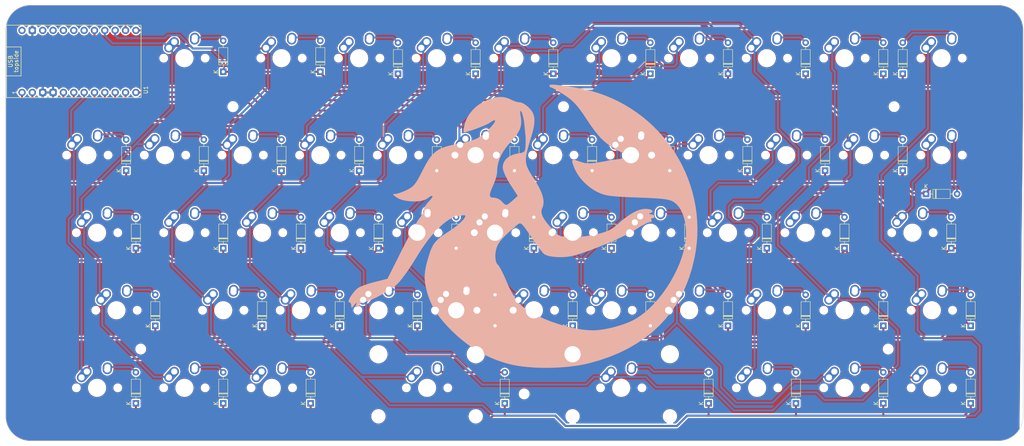
<source format=kicad_pcb>
(kicad_pcb (version 20221018) (generator pcbnew)
  (layers (0 "F.Cu" signal) (31 "B.Cu" signal) (34 "B.Paste" user) (35 "F.Paste" user) (36 "B.SilkS" user "B.Silkscreen") (37 "F.SilkS" user "F.Silkscreen") (38 "B.Mask" user) (39 "F.Mask" user) (44 "Edge.Cuts" user))
  (net 0 "")
  (net 1 "ROW0")
  (net 2 "Net-(D1-A)")
  (net 3 "Net-(D2-A)")
  (net 4 "Net-(D3-A)")
  (net 5 "Net-(D4-A)")
  (net 6 "Net-(D5-A)")
  (net 7 "Net-(D6-A)")
  (net 8 "COL1")
  (net 9 "GND")
  (net 10 "ROW1")
  (net 11 "ROW2")
  (net 12 "ROW3")
  (net 13 "ROW4")
  (net 14 "ROW5")
  (net 15 "ROW6")
  (net 17 "VCC")
  (net 19 "COL0")
  (net 20 "COL2")
  (net 21 "COL3")
  (net 22 "COL4")
  (net 23 "COL5")
  (net 24 "COL6")
  (net 25 "COL7")
  (net 26 "Net-(D7-A)")
  (net 27 "Net-(D8-A)")
  (net 28 "Net-(D9-A)")
  (net 29 "Net-(D10-A)")
  (net 30 "Net-(D11-A)")
  (net 31 "Net-(D12-A)")
  (net 32 "Net-(D13-A)")
  (net 33 "Net-(D14-A)")
  (net 34 "Net-(D15-A)")
  (net 35 "Net-(D16-A)")
  (net 36 "Net-(D17-A)")
  (net 37 "Net-(D18-A)")
  (net 38 "Net-(D19-A)")
  (net 39 "Net-(D20-A)")
  (net 40 "Net-(D21-A)")
  (net 41 "Net-(D22-A)")
  (net 42 "Net-(D23-A)")
  (net 43 "Net-(D24-A)")
  (net 44 "Net-(D25-A)")
  (net 45 "Net-(D26-A)")
  (net 46 "Net-(D27-A)")
  (net 47 "Net-(D28-A)")
  (net 48 "Net-(D29-A)")
  (net 49 "Net-(D30-A)")
  (net 50 "Net-(D31-A)")
  (net 51 "Net-(D32-A)")
  (net 52 "Net-(D33-A)")
  (net 53 "Net-(D34-A)")
  (net 54 "Net-(D35-A)")
  (net 55 "Net-(D36-A)")
  (net 56 "Net-(D37-A)")
  (net 57 "Net-(D38-A)")
  (net 58 "Net-(D39-A)")
  (net 59 "Net-(D40-A)")
  (net 60 "Net-(D41-A)")
  (net 61 "Net-(D42-A)")
  (net 62 "Net-(D43-A)")
  (net 63 "Net-(D44-A)")
  (net 64 "Net-(D45-A)")
  (net 65 "Net-(D46-A)")
  (net 66 "Net-(D47-A)")
  (net 67 "Net-(D48-A)")
  (net 68 "Net-(D49-A)")
  (net 69 "Net-(D50-A)")
  (net 70 "Net-(D51-A)")
  (net 71 "Net-(D52-A)")
  (footprint "Diode_THT:D_DO-35_SOD27_P7.62mm_Horizontal" (layer "F.Cu") (at 245.25 122.86 90)
    (fp_text reference "D43" hide)
    (fp_text value "1N4148" hide)
  )
  (footprint "_mx:MX-Alps-Hybrid-1U" (layer "F.Cu") (at 216.675 57.1375)
    (fp_text reference "MX8")
    (fp_text value "MX")
  )
  (footprint "_mx:MX-Alps-Hybrid-1U" (layer "F.Cu") (at 111.9 100)
    (fp_text reference "MX26")
    (fp_text value "MX")
  )
  (footprint "Diode_THT:D_DO-35_SOD27_P7.62mm_Horizontal" (layer "F.Cu") (at 245.25 141.91 90)
    (fp_text reference "D51" hide)
    (fp_text value "1N4148" hide)
  )
  (footprint "Diode_THT:D_DO-35_SOD27_P7.62mm_Horizontal" (layer "F.Cu") (at 159.525 103.81 90)
    (fp_text reference "D28" hide)
    (fp_text value "1N4148" hide)
  )
  (footprint "Diode_THT:D_DO-35_SOD27_P7.62mm_Horizontal" (layer "F.Cu") (at 192.8625 84.76 90)
    (fp_text reference "D18" hide)
    (fp_text value "1N4148" hide)
  )
  (footprint "Diode_THT:D_DO-35_SOD27_P7.62mm_Horizontal" (layer "F.Cu") (at 107.1375 60.47125 90)
    (fp_text reference "D2" hide)
    (fp_text value "1N4148" hide)
  )
  (footprint "Diode_THT:D_DO-35_SOD27_P7.62mm_Horizontal" (layer "F.Cu") (at 223.81875 141.91 90)
    (fp_text reference "D50" hide)
    (fp_text value "1N4148" hide)
  )
  (footprint "_mx:MX-Alps-Hybrid-1U" (layer "F.Cu") (at 102.375 119.05)
    (fp_text reference "MX36")
    (fp_text value "MX")
  )
  (footprint "_mx:MX-Alps-Hybrid-1.75U" (layer "F.Cu") (at 57.13125 119.05)
    (fp_text reference "MX34")
    (fp_text value "MX")
  )
  (footprint "Diode_THT:D_DO-35_SOD27_P7.62mm_Horizontal" (layer "F.Cu") (at 111.9 122.86 90)
    (fp_text reference "D36" hide)
    (fp_text value "1N4148" hide)
  )
  (footprint "Diode_THT:D_DO-35_SOD27_P7.62mm_Horizontal" (layer "F.Cu") (at 164.2875 60.9475 90)
    (fp_text reference "D5" hide)
    (fp_text value "1N4148" hide)
  )
  (footprint "Diode_THT:D_DO-35_SOD27_P7.62mm_Horizontal" (layer "F.Cu") (at 61.89375 103.81 90)
    (fp_text reference "D23" hide)
    (fp_text value "1N4148" hide)
  )
  (footprint "Diode_THT:D_DO-35_SOD27_P7.62mm_Horizontal" (layer "F.Cu") (at 61.89375 141.91 90)
    (fp_text reference "D45" hide)
    (fp_text value "1N4148" hide)
  )
  (footprint "Diode_THT:D_DO-35_SOD27_P7.62mm_Horizontal" (layer "F.Cu") (at 66.65625 122.86 90)
    (fp_text reference "D34" hide)
    (fp_text value "1N4148" hide)
  )
  (footprint "_mx:MX-Alps-Hybrid-1U" (layer "F.Cu") (at 126.1875 80.95)
    (fp_text reference "MX15")
    (fp_text value "MX")
  )
  (footprint "_mx:MX-Alps-Hybrid-1.25U" (layer "F.Cu") (at 214.29375 138.1)
    (fp_text reference "MX50")
    (fp_text value "MX")
  )
  (footprint "Diode_THT:D_DO-35_SOD27_P7.62mm_Horizontal" (layer "F.Cu") (at 83.325 103.81 90)
    (fp_text reference "D24" hide)
    (fp_text value "1N4148" hide)
  )
  (footprint "_mx:MX-Alps-Hybrid-1.75U" (layer "F.Cu") (at 252.39375 100)
    (fp_text reference "MX33")
    (fp_text value "MX")
  )
  (footprint "Diode_THT:D_DO-35_SOD27_P7.62mm_Horizontal" (layer "F.Cu") (at 230.9625 84.76 90)
    (fp_text reference "D20" hide)
    (fp_text value "1N4148" hide)
  )
  (footprint "Diode_THT:D_DO-35_SOD27_P7.62mm_Horizontal" (layer "F.Cu") (at 173.8125 84.76 90)
    (fp_text reference "D17" hide)
    (fp_text value "1N4148" hide)
  )
  (footprint "_mx:MX-Alps-Hybrid-1U" (layer "F.Cu") (at 150 100)
    (fp_text reference "MX28")
    (fp_text value "MX")
  )
  (footprint "_mx:MX-Alps-Hybrid-1U" (layer "F.Cu") (at 83.325 119.05)
    (fp_text reference "MX35")
    (fp_text value "MX")
  )
  (footprint "Diode_THT:D_DO-35_SOD27_P7.62mm_Horizontal" (layer "F.Cu") (at 261.91875 103.81 90)
    (fp_text reference "D33" hide)
    (fp_text value "1N4148" hide)
  )
  (footprint "Diode_THT:D_DO-35_SOD27_P7.62mm_Horizontal" (layer "F.Cu") (at 154.7625 84.76 90)
    (fp_text reference "D16" hide)
    (fp_text value "1N4148" hide)
  )
  (footprint "Diode_THT:D_DO-35_SOD27_P7.62mm_Horizontal" (layer "F.Cu") (at 145.2375 60.9475 90)
    (fp_text reference "D4" hide)
    (fp_text value "1N4148" hide)
  )
  (footprint "Diode_THT:D_DO-35_SOD27_P7.62mm_Horizontal" (layer "F.Cu") (at 226.2 60.9475 90)
    (fp_text reference "D8" hide)
    (fp_text value "1N4148" hide)
  )
  (footprint "Diode_THT:D_DO-35_SOD27_P7.62mm_Horizontal" (layer "F.Cu") (at 97.6125 84.76 90)
    (fp_text reference "D13" hide)
    (fp_text value "1N4148" hide)
  )
  (footprint "_mx:MX-Alps-Hybrid-1U" (layer "F.Cu") (at 97.6125 57.1375)
    (fp_text reference "MX2")
    (fp_text value "MX")
  )
  (footprint "_mx:MX-Alps-Hybrid-1U" (layer "F.Cu") (at 145.2375 80.95)
    (fp_text reference "MX16")
    (fp_text value "MX")
  )
  (footprint "Diode_THT:D_DO-35_SOD27_P7.62mm_Horizontal" (layer "F.Cu") (at 59.5125 84.76 90)
    (fp_text reference "D11" hide)
    (fp_text value "1N4148" hide)
  )
  (footprint "Diode_THT:D_DO-35_SOD27_P7.62mm_Horizontal" (layer "F.Cu") (at 202.3875 141.91 90)
    (fp_text reference "D49" hide)
    (fp_text value "1N4148" hide)
  )
  (footprint "MountingHole:MountingHole_2.2mm_M2" (layer "F.Cu") (at 166.8 69.04375)
    (fp_text reference "H5" hide)
    (fp_text value "MountingHole" hide)
  )
  (footprint "Diode_THT:D_DO-35_SOD27_P7.62mm_Horizontal" (layer "F.Cu") (at 207.15 60.9475 90)
    (fp_text reference "D7" hide)
    (fp_text value "1N4148" hide)
  )
  (footprint "_mx:MX-Alps-Hybrid-1U" (layer "F.Cu") (at 73.8 57.1375)
    (fp_text reference "MX1")
    (fp_text value "MX")
  )
  (footprint "Diode_THT:D_DO-35_SOD27_P7.62mm_Horizontal" (layer "F.Cu") (at 78.5625 84.76 90)
    (fp_text reference "D12" hide)
    (fp_text value "1N4148" hide)
  )
  (footprint "_mx:MX-Alps-Hybrid-1.25U" (layer "F.Cu") (at 95.23125 138.1)
    (fp_text reference "MX47")
    (fp_text value "MX")
  )
  (footprint "Diode_THT:D_DO-35_SOD27_P7.62mm_Horizontal" (layer "F.Cu") (at 211.9125 84.76 90)
    (fp_text reference "D19" hide)
    (fp_text value "1N4148" hide)
  )
  (footprint "_mx:MX-Alps-Hybrid-1U" (layer "F.Cu") (at 154.7625 57.1375)
    (fp_text reference "MX5")
    (fp_text value "MX")
  )
  (footprint "MountingHole:MountingHole_2.2mm_M2" (layer "F.Cu") (at 247.89375 69.04375)
    (fp_text reference "H3" hide)
    (fp_text value "MountingHole" hide)
  )
  (footprint "_mx:MX-Alps-Hybrid-1U" (layer "F.Cu") (at 202.3875 80.95)
    (fp_text reference "MX19")
    (fp_text value "MX")
  )
  (footprint "Diode_THT:D_DO-35_SOD27_P7.62mm_Horizontal" (layer "F.Cu") (at 197.625 103.81 90)
    (fp_text reference "D30" hide)
    (fp_text value "1N4148" hide)
  )
  (footprint "_mx:MX-Alps-Hybrid-1U" (layer "F.Cu") (at 88.0875 80.95)
    (fp_text reference "MX13")
    (fp_text value "MX")
  )
  (footprint "_mx:MX-Alps-Hybrid-2.75U-ReversedStabilizers" (layer "F.Cu") (at 133.33125 138.1)
    (fp_text reference "MX48")
    (fp_text value "MX")
  )
  (footprint "Diode_THT:D_DO-35_SOD27_P7.62mm_Horizontal" (layer "F.Cu") (at 104.75625 141.91 90)
    (fp_text reference "D47" hide)
    (fp_text value "1N4148" hide)
  )
  (footprint "_mx:MX-Alps-Hybrid-1U" (layer "F.Cu") (at 188.1 100)
    (fp_text reference "MX30")
    (fp_text value "MX")
  )
  (footprint "MountingHole:MountingHole_2.2mm_M2" (layer "F.Cu") (at 63.084375 128.575)
    (fp_text reference "H2" hide)
    (fp_text value "MountingHole" hide)
  )
  (footprint "_mx:MX-Alps-Hybrid-1U" (layer "F.Cu") (at 92.85 100)
    (fp_text reference "MX25")
    (fp_text value "MX")
  )
  (footprint "Diode_THT:D_DO-35_SOD27_P7.62mm_Horizontal" (layer "F.Cu") (at 152.38125 141.91 90)
    (fp_text reference "D48" hide)
    (fp_text value "1N4148" hide)
  )
  (footprint "_mx:MX-Alps-Hybrid-1.25U" (layer "F.Cu") (at 52.36875 138.1)
    (fp_text reference "MX45")
    (fp_text value "MX")
  )
  (footprint "Diode_THT:D_DO-35_SOD27_P7.62mm_Horizontal" (layer "F.Cu") (at 130.95 122.86 90)
    (fp_text reference "D37" hide)
    (fp_text value "1N4148" hide)
  )
  (footprint "Diode_THT:D_DO-35_SOD27_P7.62mm_Horizontal" (layer "F.Cu") (at 207.15 122.86 90)
    (fp_text reference "D41" hide)
    (fp_text value "1N4148" hide)
  )
  (footprint "_mx:MX-Alps-Hybrid-1.25U" (layer "F.Cu") (at 52.36875 100)
    (fp_text reference "MX23")
    (fp_text value "MX")
  )
  (footprint "_mx:MX-Alps-Hybrid-1U" (layer "F.Cu") (at 130.95 100)
    (fp_text reference "MX27")
    (fp_text value "MX")
  )
  (footprint "_mx:MX-Alps-Hybrid-2.25U-ReversedStabilizers" (layer "F.Cu") (at 180.95625 138.1)
    (fp_text reference "MX49")
    (fp_text value "MX")
  )
  (footprint "_mx:MX-Alps-Hybrid-1U" (layer "F.Cu") (at 221.4375 80.95)
    (fp_text reference "MX20")
    (fp_text value "MX")
  )
  (footprint "_mx:MX-Alps-Hybrid-1U" (layer "F.Cu") (at 259.5375 80.95)
    (fp_text reference "MX22")
    (fp_text value "MX")
  )
  (footprint "Diode_THT:D_DO-35_SOD27_P7.62mm_Horizontal" (layer "F.Cu") (at 266.68125 141.91 90)
    (fp_text reference "D52" hide)
    (fp_text value "1N4148" hide)
  )
  (footprint "Diode_THT:D_DO-35_SOD27_P7.62mm_Horizontal" (layer "F.Cu") (at 226.2 122.86 90)
    (fp_text reference "D42" hide)
    (fp_text value "1N4148" hide)
  )
  (footprint "Diode_THT:D_DO-35_SOD27_P7.62mm_Horizontal" (layer "F.Cu") (at 126.1875 60.9475 90)
    (fp_text reference "D3" hide)
    (fp_text value "1N4148" hide)
  )
  (footprint "_mx:MX-Alps-Hybrid-1U" (layer "F.Cu") (at 69.0375 80.95)
    (fp_text reference "MX12")
    (fp_text value "MX")
  )
  (footprint "PCM_marbastlib-xp-promicroish:ProMicro_USBup" (layer "F.Cu") (at 47.92375 57.93125 90)
    (fp_text reference "U1")
    (fp_text value "ProMicro")
  )
  (footprint "Diode_THT:D_DO-35_SOD27_P7.62mm_Horizontal" (layer "F.Cu") (at 102.375 103.81 90)
    (fp_text reference "D25" hide)
    (fp_text value "1N4148" hide)
  )
  (footprint "_mx:MX-Alps-Hybrid-1U" (layer "F.Cu") (at 178.575 57.1375)
    (fp_text reference "MX6")
    (fp_text value "MX")
  )
  (footprint "MountingHole:MountingHole_2.2mm_M2" (layer "F.Cu") (at 157.14375 139.6)
    (fp_text reference "H6" hide)
    (fp_text value "MountingHole" hide)
  )
  (footprint "Diode_THT:D_DO-35_SOD27_P7.62mm_Horizontal" (layer "F.Cu") (at 83.325 60.47125 90)
    (fp_text reference "D1" hide)
    (fp_text value "1N4148" hide)
  )
  (footprint "_mx:MX-Alps-Hybrid-1U" (layer "F.Cu") (at 73.8 100)
    (fp_text reference "MX24")
    (fp_text value "MX")
  )
  (footprint "Diode_THT:D_DO-35_SOD27_P7.62mm_Horizontal" (layer "F.Cu") (at 135.7125 84.76 90)
    (fp_text reference "D15" hide)
    (fp_text value "1N4148" hide)
  )
  (footprint "MountingHole:MountingHole_2.2mm_M2" (layer "F.Cu") (at 85.70625 69.04375)
    (fp_text reference "H1" hide)
    (fp_text value "MountingHole" hide)
  )
  (footprint "_mx:MX-Alps-Hybrid-1U" (layer "F.Cu") (at 259.5375 57.1375)
    (fp_text reference "MX10")
    (fp_text value "MX")
  )
  (footprint "_mx:MX-Alps-Hybrid-1U" (layer "F.Cu") (at 240.4875 80.95)
    (fp_text reference "MX21")
    (fp_text value "MX")
  )
  (footprint "Diode_THT:D_DO-35_SOD27_P7.62mm_Horizontal" (layer "F.Cu") (at 83.325 141.91 90)
    (fp_text reference "D46" hide)
    (fp_text value "1N4148" hide)
  )
  (footprint "Diode_THT:D_DO-35_SOD27_P7.62mm_Horizontal" (layer "F.Cu") (at 92.85 122.86 90)
    (fp_text reference "D35" hide)
    (fp_text value "1N4148" hide)
  )
  (footprint "Diode_THT:D_DO-35_SOD27_P7.62mm_Horizontal" (layer "F.Cu") (at 121.425 103.81 90)
    (fp_text reference "D26" hide)
    (fp_text value "1N4148" hide)
  )
  (footprint "_mx:MX-Alps-Hybrid-1U" (layer "F.Cu") (at 183.3375 80.95)
    (fp_text reference "MX18")
    (fp_text value "MX")
  )
  (footprint "Diode_THT:D_DO-35_SOD27_P7.62mm_Horizontal" (layer "F.Cu") (at 250.0125 60.9475 90)
    (fp_text reference "D10" hide)
    (fp_text value "1N4148" hide)
  )
  (footprint "Diode_THT:D_DO-35_SOD27_P7.62mm_Horizontal" (layer "F.Cu") (at 266.68125 122.86 90)
    (fp_text reference "D44" hide)
    (fp_text value "1N4148" hide)
  )
  (footprint "_mx:MX-Alps-Hybrid-1U" (layer "F.Cu") (at 235.725 119.05)
    (fp_text reference "MX43")
    (fp_text value "MX")
  )
  (footprint "Diode_THT:D_DO-35_SOD27_P7.62mm_Horizontal" (layer "F.Cu") (at 245.25 60.9475 90)
    (fp_text reference "D9" hide)
    (fp_text value "1N4148" hide)
  )
  (footprint "_mx:MX-Alps-Hybrid-1U" (layer "F.Cu") (at 169.05 100)
    (fp_text reference "MX29")
    (fp_text value "MX")
  )
  (footprint "_mx:MX-Alps-Hybrid-1U" (layer "F.Cu") (at 121.425 119.05)
    (fp_text reference "MX37")
    (fp_text value "MX")
  )
  (footprint "_mx:MX-Alps-Hybrid-1U" (layer "F.Cu") (at 164.2875 80.95)
    (fp_text reference "MX17")
    (fp_text value "MX")
  )
  (footprint "Diode_THT:D_DO-35_SOD27_P7.62mm_Horizontal" (layer "F.Cu") (at 255.7275 90.475)
    (fp_text reference "D22" hide)
    (fp_text value "1N4148" hide)
  )
  (footprint "Diode_THT:D_DO-35_SOD27_P7.62mm_Horizontal" (layer "F.Cu") (at 169.05 122.86 90)
    (fp_text reference "D39" hide)
    (fp_text value "1N4148" hide)
  )
  (footprint "_mx:MX-Alps-Hybrid-1U" (layer "F.Cu") (at 226.2 100)
    (fp_text reference "MX32")
    (fp_text value "MX")
  )
  (footprint "Diode_THT:D_DO-35_SOD27_P7.62mm_Horizontal" (layer "F.Cu") (at 188.1 60.9475 90)
    (fp_text reference "D6" hide)
    (fp_text value "1N4148" hide)
  )
  (footprint "Diode_THT:D_DO-35_SOD27_P7.62mm_Horizontal" (layer "F.Cu") (at 150 122.86 90)
    (fp_text reference "D38" hide)
    (fp_text value "1N4148" hide)
  )
  (footprint "MountingHole:MountingHole_2.2mm_M2" (layer "F.Cu") (at 246.440625 128.575)
    (fp_text reference "H4" hide)
    (fp_text value "MountingHole" hide)
  )
  (footprint "Diode_THT:D_DO-35_SOD27_P7.62mm_Horizontal" (layer "F.Cu") (at 116.6625 84.76 90)
    (fp_text reference "D14" hide)
    (fp_text value "1N4148" hide)
  )
  (footprint "_mx:MX-Alps-Hybrid-1U" (layer "F.Cu") (at 235.725 138.1)
    (fp_text reference "MX51")
    (fp_text value "MX")
  )
  (footprint "_mx:MX-Alps-Hybrid-1U" (layer "F.Cu") (at 197.625 57.1375)
    (fp_text reference "MX7")
    (fp_text value "MX")
  )
  (footprint "_mx:MX-Alps-Hybrid-1U" (layer "F.Cu") (at 135.7125 57.1375)
    (fp_text reference "MX4")
    (fp_text value "MX")
  )
  (footprint "Diode_THT:D_DO-35_SOD27_P7.62mm_Horizontal" (layer "F.Cu") (at 250.0125 84.76 90)
    (fp_text reference "D21" hide)
    (fp_text value "1N4148" hide)
  )
  (footprint "Diode_THT:D_DO-35_SOD27_P7.62mm_Horizontal" (layer "F.Cu") (at 216.675 103.81 90)
    (fp_text reference "D31" hide)
    (fp_text value "1N4148" hide)
  )
  (footprint "_mx:MX-Alps-Hybrid-1U" (layer "F.Cu") (at 159.525 119.05)
    (fp_text reference "MX39")
    (fp_text value "MX")
  )
  (footprint "_mx:MX-Alps-Hybrid-1U" (layer "F.Cu") (at 207.15 100)
    (fp_text reference "MX31")
    (fp_text value "MX")
  )
  (footprint "_mx:MX-Alps-Hybrid-1U" (layer "F.Cu") (at 116.6625 57.1375)
    (fp_text reference "MX3")
    (fp_text value "MX")
  )
  (footprint "_mx:MX-Alps-Hybrid-1.25U" (layer "F.Cu") (at 257.15625 119.05)
    (fp_text reference "MX44")
    (fp_text value "MX")
  )
  (footprint "_mx:MX-Alps-Hybrid-1U" (layer "F.Cu") (at 178.575 119.05)
    (fp_text reference "MX40")
    (fp_text value "MX")
  )
  (footprint "_mx:MX-Alps-Hybrid-1U" (layer "F.Cu") (at 216.675 119.05)
    (fp_text reference "MX42")
    (fp_text value "MX")
  )
  (footprint "_mx:MX-Alps-Hybrid-1U" (layer "F.Cu") (at 49.9875 80.95)
    (fp_text reference "MX11")
    (fp_text value "MX")
  )
  (footprint "Diode_THT:D_DO-35_SOD27_P7.62mm_Horizontal" (layer "F.Cu") (at 188.1 122.86 90)
    (fp_text reference "D40" hide)
    (fp_text value "1N4148" hide)
  )
  (footprint "_mx:MX-Alps-Hybrid-1.25U" (layer "F.Cu") (at 257.15625 138.1)
    (fp_text reference "MX52")
    (fp_text value "MX")
  )
  (footprint "Diode_THT:D_DO-35_SOD27_P7.62mm_Horizontal" (layer "F.Cu") (at 140.475 103.81 90)
    (fp_text reference "D27" hide)
    (fp_text value "1N4148" hide)
  )
  (footprint "_mx:MX-Alps-Hybrid-1U" (layer "F.Cu") (at 107.1375 80.95)
    (fp_text reference "MX14")
    (fp_text value "MX")
  )
  (footprint "_mx:MX-Alps-Hybrid-1U" (layer "F.Cu") (at 73.8 138.1)
    (fp_text reference "MX46")
    (fp_text value "MX")
  )
  (footprint "_mx:MX-Alps-Hybrid-1U" (layer "F.Cu") (at 197.625 119.05)
    (fp_text reference "MX41")
    (fp_text value "MX")
  )
  (footprint "_mx:MX-Alps-Hybrid-1U" (layer "F.Cu") (at 235.725 57.1375)
    (fp_text reference "MX9")
    (fp_text value "MX")
  )
  (footprint "_mx:MX-Alps-Hybrid-1U" (layer "F.Cu") (at 140.475 119.05)
    (fp_text reference "MX38")
    (fp_text value "MX")
  )
  (footprint "Diode_THT:D_DO-35_SOD27_P7.62mm_Horizontal" (layer "F.Cu") (at 235.725 103.81 90)
    (fp_text reference "D32" hide)
    (fp_text value "1N4148" hide)
  )
  (footprint "Diode_THT:D_DO-35_SOD27_P7.62mm_Horizontal" (layer "F.Cu") (at 178.575 103.81 90)
    (fp_text reference "D29" hide)
    (fp_text value "1N4148" hide)
  )
  (gr_poly locked (pts (xy 164.083435 63.627925) (xy 164.219177 63.631828) (xy 164.369448 63.639369) (xy 164.534866 63.650595) (xy 164.716047 63.665553) (xy 164.913609 63.684288) (xy 165.360347 63.733281) (xy 165.880018 63.797946) (xy 166.477561 63.878657) (xy 167.157915 63.975786) (xy 167.926018 64.089708) (xy 168.786811 64.220794) (xy 169.745232 64.369419) (xy 171.59077 64.707158) (xy 173.395928 65.136079) (xy 175.158719 65.653331) (xy 176.877159 66.256064) (xy 178.549261 66.941427) (xy 180.173041 67.706569) (xy 181.746512 68.54864) (xy 183.267689 69.464787) (xy 184.734586 70.452162) (xy 186.145218 71.507913) (xy 187.497598 72.629189) (xy 188.789743 73.813139) (xy 190.019665 75.056914) (xy 191.185379 76.357661) (xy 192.2849 77.71253) (xy 193.316243 79.118671) (xy 194.27742 80.573233) (xy 195.166448 82.073364) (xy 195.98134 83.616215) (xy 196.72011 85.198934) (xy 197.380774 86.81867) (xy 197.961345 88.472573) (xy 198.459837 90.157793) (xy 198.874267 91.871478) (xy 199.202646 93.610777) (xy 199.442991 95.37284) (xy 199.593316 97.154816) (xy 199.651634 98.953855) (xy 199.61596 100.767104) (xy 199.484309 102.591715) (xy 199.254696 104.424835) (xy 198.925133 106.263615) (xy 198.337046 108.712885) (xy 197.607198 111.055554) (xy 196.736668 113.290541) (xy 195.726536 115.416771) (xy 194.577879 117.433163) (xy 193.291778 119.338641) (xy 191.869311 121.132126) (xy 190.311558 122.812539) (xy 188.619598 124.378804) (xy 186.794509 125.82984) (xy 184.837371 127.164571) (xy 182.749263 128.381918) (xy 180.531264 129.480803) (xy 178.184453 130.460148) (xy 175.709909 131.318875) (xy 173.108712 132.055905) (xy 172.011611 132.309038) (xy 170.847509 132.530548) (xy 169.626965 132.720329) (xy 168.360541 132.878275) (xy 167.058799 133.004281) (xy 165.732298 133.098242) (xy 164.3916 133.160052) (xy 163.047265 133.189606) (xy 161.709856 133.186799) (xy 160.389933 133.151525) (xy 159.098056 133.083679) (xy 157.844787 132.983155) (xy 156.640687 132.849849) (xy 155.496316 132.683654) (xy 154.422237 132.484466) (xy 153.429009 132.252179) (xy 153.429007 132.252181) (xy 153.429006 132.252184) (xy 153.429004 132.252187) (xy 153.429002 132.25219) (xy 153.429 132.252192) (xy 153.428998 132.252195) (xy 153.428996 132.252197) (xy 153.428994 132.2522) (xy 153.428992 132.252202) (xy 153.428989 132.252203) (xy 153.428987 132.252205) (xy 153.428985 132.252206) (xy 153.428983 132.252208) (xy 153.428982 132.252208) (xy 153.428981 132.252209) (xy 153.42898 132.252209) (xy 153.428979 132.252209) (xy 153.428978 132.252209) (xy 152.33733 131.945457) (xy 151.268029 131.603199) (xy 150.220065 131.224807) (xy 149.19243 130.809657) (xy 148.184115 130.357123) (xy 147.194111 129.866579) (xy 146.22141 129.3374) (xy 145.265003 128.76896) (xy 144.32388 128.160634) (xy 143.397033 127.511795) (xy 142.483454 126.821819) (xy 141.582133 126.09008) (xy 140.692061 125.315951) (xy 139.812231 124.498808) (xy 138.941632 123.638025) (xy 138.079256 122.732975) (xy 137.568498 122.167768) (xy 137.087621 121.607345) (xy 136.635775 121.050136) (xy 136.21211 120.49457) (xy 135.815775 119.939075) (xy 135.445918 119.38208) (xy 135.10169 118.822014) (xy 134.782238 118.257306) (xy 134.486714 117.686386) (xy 134.214265 117.107681) (xy 133.964041 116.519622) (xy 133.735192 115.920635) (xy 133.526865 115.309152) (xy 133.338212 114.6836) (xy 133.16838 114.042409) (xy 133.01652 113.384007) (xy 132.925677 112.927623) (xy 132.852057 112.482396) (xy 132.796034 112.044707) (xy 132.757979 111.610937) (xy 132.738265 111.17747) (xy 132.737263 110.740685) (xy 132.755347 110.296965) (xy 132.792888 109.842692) (xy 132.850258 109.374246) (xy 132.927831 108.888011) (xy 133.025977 108.380367) (xy 133.14507 107.847696) (xy 133.285482 107.286379) (xy 133.447584 106.692799) (xy 133.63175 106.063337) (xy 133.838351 105.394375) (xy 134.003164 104.887953) (xy 134.165504 104.426314) (xy 134.330114 104.00393) (xy 134.501734 103.615271) (xy 134.685106 103.254809) (xy 134.884973 102.917014) (xy 135.106074 102.596359) (xy 135.353154 102.287314) (xy 135.630952 101.98435) (xy 135.944211 101.681939) (xy 136.297672 101.374551) (xy 136.696077 101.056657) (xy 137.144168 100.72273) (xy 137.646686 100.36724) (xy 138.208373 99.984657) (xy 138.833971 99.569455) (xy 139.284375 99.266197) (xy 139.716975 98.960901) (xy 140.129486 98.655867) (xy 140.51962 98.353391) (xy 140.885092 98.055773) (xy 141.223616 97.76531) (xy 141.532906 97.484301) (xy 141.810674 97.215044) (xy 142.054636 96.959838) (xy 142.262504 96.72098) (xy 142.431993 96.500769) (xy 142.560816 96.301503) (xy 142.646687 96.12548) (xy 142.672802 96.046903) (xy 142.687321 95.974999) (xy 142.689959 95.910054) (xy 142.68043 95.852357) (xy 142.658448 95.802194) (xy 142.623728 95.759854) (xy 142.614046 95.75324) (xy 142.600198 95.747476) (xy 142.560471 95.738456) (xy 142.50547 95.732713) (xy 142.436121 95.730165) (xy 142.353346 95.73073) (xy 142.258069 95.734329) (xy 142.151216 95.74088) (xy 142.033709 95.750301) (xy 141.906473 95.762511) (xy 141.770432 95.77743) (xy 141.475629 95.815068) (xy 141.156693 95.862564) (xy 140.821017 95.91927) (xy 140.555786 95.976094) (xy 140.284149 96.052782) (xy 140.006426 96.149014) (xy 139.722937 96.26447) (xy 139.434 96.398832) (xy 139.139935 96.551778) (xy 138.5377 96.91215) (xy 137.918787 97.343027) (xy 137.28575 97.841854) (xy 136.641146 98.406074) (xy 135.987531 99.03313) (xy 135.327459 99.720465) (xy 134.663486 100.465522) (xy 133.998167 101.265745) (xy 133.334059 102.118577) (xy 132.673716 103.021461) (xy 132.019694 103.97184) (xy 131.374549 104.967157) (xy 130.740836 106.004856) (xy 130.119789 107.024284) (xy 129.46703 108.04436) (xy 128.802094 109.037823) (xy 128.144513 109.977409) (xy 127.51382 110.835856) (xy 126.929549 111.585901) (xy 126.411233 112.200283) (xy 126.182912 112.44808) (xy 125.978404 112.651738) (xy 125.607814 112.976065) (xy 125.166835 113.32084) (xy 124.666203 113.680355) (xy 124.116658 114.0489) (xy 123.528936 114.420767) (xy 122.913775 114.790248) (xy 122.281913 115.151633) (xy 121.644088 115.499215) (xy 121.011036 115.827283) (xy 120.393495 116.130131) (xy 119.802204 116.402049) (xy 119.247899 116.637328) (xy 118.741319 116.830261) (xy 118.2932 116.975138) (xy 117.914281 117.06625) (xy 117.615299 117.097889) (xy 117.582181 117.09879) (xy 117.548798 117.101461) (xy 117.51521 117.105859) (xy 117.481473 117.11194) (xy 117.447646 117.11966) (xy 117.413786 117.128974) (xy 117.346202 117.152211) (xy 117.279182 117.181296) (xy 117.213192 117.215877) (xy 117.148693 117.255601) (xy 117.086149 117.300116) (xy 117.026023 117.349068) (xy 116.968779 117.402104) (xy 116.914879 117.458872) (xy 116.864788 117.519018) (xy 116.818967 117.582189) (xy 116.777881 117.648033) (xy 116.741993 117.716197) (xy 116.726143 117.751039) (xy 116.711765 117.786328) (xy 116.675786 117.874223) (xy 116.637907 117.955826) (xy 116.598393 118.031174) (xy 116.557511 118.100308) (xy 116.515524 118.163266) (xy 116.472698 118.220088) (xy 116.429299 118.270812) (xy 116.385591 118.315478) (xy 116.341839 118.354125) (xy 116.29831 118.386792) (xy 116.255267 118.413518) (xy 116.212977 118.434342) (xy 116.171704 118.449303) (xy 116.131713 118.458441) (xy 116.09327 118.461794) (xy 116.05664 118.459401) (xy 116.022088 118.451303) (xy 115.98988 118.437537) (xy 115.960279 118.418143) (xy 115.933552 118.393161) (xy 115.909964 118.362628) (xy 115.88978 118.326585) (xy 115.873265 118.28507) (xy 115.860684 118.238122) (xy 115.852303 118.185781) (xy 115.848386 118.128086) (xy 115.849199 118.065076) (xy 115.855006 117.996789) (xy 115.866075 117.923266) (xy 115.882668 117.844545) (xy 115.905052 117.760665) (xy 115.933491 117.671666) (xy 115.971953 117.55726) (xy 116.002831 117.458723) (xy 116.025832 117.376126) (xy 116.040664 117.309544) (xy 116.044924 117.282281) (xy 116.047033 117.259048) (xy 116.046952 117.239857) (xy 116.044645 117.224714) (xy 116.040077 117.21363) (xy 116.033209 117.206613) (xy 116.024006 117.203674) (xy 116.012431 117.20482) (xy 115.998447 117.210061) (xy 115.982018 117.219407) (xy 115.963107 117.232866) (xy 115.941677 117.250448) (xy 115.891114 117.298016) (xy 115.830037 117.362185) (xy 115.758153 117.443027) (xy 115.675168 117.540616) (xy 115.580789 117.655025) (xy 115.474724 117.786328) (xy 115.357909 117.930954) (xy 115.253935 118.056715) (xy 115.162049 118.163726) (xy 115.081497 118.252102) (xy 115.011525 118.321958) (xy 114.980271 118.349977) (xy 114.951379 118.373409) (xy 114.924756 118.392268) (xy 114.900306 118.40657) (xy 114.877936 118.416328) (xy 114.857552 118.421557) (xy 114.839059 118.422271) (xy 114.822362 118.418484) (xy 114.807369 118.410212) (xy 114.793984 118.397468) (xy 114.782114 118.380267) (xy 114.771663 118.358622) (xy 114.762538 118.33255) (xy 114.754645 118.302063) (xy 114.74789 118.267177) (xy 114.742177 118.227905) (xy 114.733505 118.136263) (xy 114.727875 118.027253) (xy 114.724533 117.90099) (xy 114.72042 117.819172) (xy 114.711511 117.739647) (xy 114.69806 117.662829) (xy 114.680319 117.589128) (xy 114.658543 117.518957) (xy 114.632983 117.452727) (xy 114.603894 117.39085) (xy 114.571528 117.333738) (xy 114.536139 117.281802) (xy 114.497979 117.235456) (xy 114.457302 117.19511) (xy 114.436099 117.177315) (xy 114.414361 117.161176) (xy 114.392121 117.146742) (xy 114.369409 117.134065) (xy 114.346258 117.123198) (xy 114.322699 117.114191) (xy 114.298764 117.107096) (xy 114.274484 117.101965) (xy 114.249892 117.098848) (xy 114.225018 117.097798) (xy 114.165698 117.0899) (xy 114.119969 117.066777) (xy 114.087299 117.02929) (xy 114.067154 116.978295) (xy 114.059004 116.914651) (xy 114.062313 116.839218) (xy 114.076551 116.752852) (xy 114.101183 116.656414) (xy 114.135677 116.550761) (xy 114.179501 116.436751) (xy 114.293005 116.187098) (xy 114.437433 115.914322) (xy 114.608523 115.62529) (xy 114.802012 115.326871) (xy 115.013639 115.025933) (xy 115.23914 114.729343) (xy 115.474254 114.443969) (xy 115.714719 114.176679) (xy 115.956272 113.93434) (xy 116.076125 113.824674) (xy 116.194652 113.723822) (xy 116.311319 113.632641) (xy 116.425594 113.551991) (xy 116.546196 113.478356) (xy 116.694736 113.398882) (xy 116.869112 113.314317) (xy 117.067218 113.225409) (xy 117.526208 113.037558) (xy 118.054873 112.841318) (xy 118.636379 112.642676) (xy 119.253894 112.447618) (xy 119.890584 112.262132) (xy 120.529617 112.092205) (xy 123.606441 111.315716) (xy 127.075958 104.386517) (xy 128.492514 101.619333) (xy 129.784712 99.207219) (xy 130.33958 98.215332) (xy 130.809842 97.409435) (xy 131.177659 96.821935) (xy 131.425192 96.485241) (xy 131.515154 96.381483) (xy 131.603277 96.271351) (xy 131.689076 96.15581) (xy 131.772067 96.035827) (xy 131.851762 95.912368) (xy 131.927678 95.786397) (xy 131.999327 95.658882) (xy 132.066226 95.530789) (xy 132.127888 95.403082) (xy 132.183827 95.276729) (xy 132.233559 95.152695) (xy 132.276598 95.031946) (xy 132.312458 94.915448) (xy 132.340654 94.804166) (xy 132.3607 94.699068) (xy 132.372111 94.601118) (xy 132.385794 94.50107) (xy 132.412514 94.38982) (xy 132.451561 94.26854) (xy 132.502225 94.138404) (xy 132.563794 94.000585) (xy 132.635558 93.856256) (xy 132.716807 93.706589) (xy 132.806831 93.552759) (xy 132.904919 93.395939) (xy 133.010361 93.2373) (xy 133.122446 93.078017) (xy 133.240464 92.919262) (xy 133.363704 92.762208) (xy 133.491456 92.608029) (xy 133.62301 92.457898) (xy 133.757655 92.312987) (xy 133.996053 92.056398) (xy 134.196644 91.824656) (xy 134.359945 91.618567) (xy 134.486474 91.438934) (xy 134.53611 91.359291) (xy 134.576748 91.286564) (xy 134.608451 91.220854) (xy 134.631285 91.16226) (xy 134.645313 91.110885) (xy 134.650602 91.066828) (xy 134.647214 91.03019) (xy 134.635216 91.001072) (xy 134.614672 90.979574) (xy 134.585646 90.965798) (xy 134.548203 90.959842) (xy 134.502408 90.961809) (xy 134.448325 90.971798) (xy 134.38602 90.989911) (xy 134.315557 91.016248) (xy 134.237 91.050909) (xy 134.150414 91.093995) (xy 134.055864 91.145607) (xy 133.843131 91.27481) (xy 133.599318 91.439324) (xy 133.324942 91.639952) (xy 133.189993 91.732141) (xy 133.038597 91.81755) (xy 132.871783 91.896212) (xy 132.69058 91.968161) (xy 132.289127 92.092059) (xy 131.842473 92.189515) (xy 131.358853 92.260804) (xy 130.846502 92.306196) (xy 130.313654 92.325966) (xy 129.768546 92.320385) (xy 129.219413 92.289727) (xy 128.674489 92.234265) (xy 128.14201 92.15427) (xy 127.63021 92.050017) (xy 127.147326 91.921777) (xy 126.701591 91.769823) (xy 126.301242 91.594428) (xy 126.12066 91.498025) (xy 125.954513 91.395865) (xy 125.758424 91.26459) (xy 125.585796 91.145798) (xy 125.43633 91.038929) (xy 125.309728 90.943426) (xy 125.205692 90.858733) (xy 125.123924 90.78429) (xy 125.091297 90.750738) (xy 125.064126 90.71954) (xy 125.055392 90.707931) (xy 148.742881 90.707931) (xy 148.743319 90.798334) (xy 148.751039 90.881108) (xy 148.766055 90.956531) (xy 148.788379 91.024881) (xy 148.818024 91.086436) (xy 148.855004 91.141471) (xy 148.899332 91.190266) (xy 148.95102 91.233096) (xy 149.010082 91.270241) (xy 149.076531 91.301976) (xy 149.15038 91.32858) (xy 149.32033 91.367504) (xy 149.520036 91.38923) (xy 149.749604 91.395979) (xy 149.863552 91.400742) (xy 149.982761 91.414715) (xy 150.106253 91.437428) (xy 150.233051 91.468411) (xy 150.362176 91.507193) (xy 150.492652 91.553303) (xy 150.6235 91.606271) (xy 150.753744 91.665625) (xy 150.882404 91.730896) (xy 151.008504 91.801612) (xy 151.131066 91.877303) (xy 151.249112 91.957499) (xy 151.361665 92.041728) (xy 151.467746 92.12952) (xy 151.566379 92.220404) (xy 151.656586 92.31391) (xy 151.839558 92.514512) (xy 152.003364 92.687924) (xy 152.079204 92.764337) (xy 152.1516 92.833839) (xy 152.221004 92.89639) (xy 152.287864 92.951952) (xy 152.352629 93.000487) (xy 152.415751 93.041958) (xy 152.477677 93.076325) (xy 152.538859 93.103551) (xy 152.599744 93.123598) (xy 152.660783 93.136426) (xy 152.722426 93.141999) (xy 152.785122 93.140278) (xy 152.849321 93.131225) (xy 152.915472 93.114801) (xy 152.984025 93.090969) (xy 153.055429 93.05969) (xy 153.130134 93.020926) (xy 153.20859 92.974639) (xy 153.291246 92.92079) (xy 153.378551 92.859342) (xy 153.470957 92.790257) (xy 153.568911 92.713496) (xy 153.783264 92.536793) (xy 154.025208 92.328929) (xy 154.29834 92.089598) (xy 154.298203 92.089613) (xy 155.563065 90.976393) (xy 153.724495 88.131789) (xy 153.531137 87.826135) (xy 153.344594 87.518424) (xy 152.995079 86.903876) (xy 152.682198 86.302247) (xy 152.412198 85.727638) (xy 152.295229 85.454872) (xy 152.191323 85.194148) (xy 152.101261 84.947231) (xy 152.025822 84.715881) (xy 151.965789 84.501861) (xy 151.921941 84.306935) (xy 151.89506 84.132865) (xy 151.885926 83.981413) (xy 151.890052 83.819316) (xy 151.902359 83.659786) (xy 151.922741 83.502924) (xy 151.951094 83.348827) (xy 151.98731 83.197595) (xy 152.031284 83.049327) (xy 152.082911 82.90412) (xy 152.142084 82.762075) (xy 152.208699 82.623289) (xy 152.282648 82.487862) (xy 152.363826 82.355892) (xy 152.452128 82.227478) (xy 152.547447 82.102719) (xy 152.649679 81.981714) (xy 152.758716 81.864562) (xy 152.874454 81.75136) (xy 152.996786 81.642209) (xy 153.125607 81.537207) (xy 153.260812 81.436453) (xy 153.402293 81.340045) (xy 153.549946 81.248082) (xy 153.703664 81.160664) (xy 153.863342 81.077888) (xy 154.028874 80.999855) (xy 154.200155 80.926661) (xy 154.377078 80.858407) (xy 154.559538 80.795192) (xy 154.747429 80.737113) (xy 154.940645 80.68427) (xy 155.13908 80.636761) (xy 155.342629 80.594685) (xy 155.551186 80.558142) (xy 155.858097 80.507619) (xy 156.129236 80.458595) (xy 156.366935 80.408697) (xy 156.573527 80.355554) (xy 156.665887 80.327024) (xy 156.751345 80.296793) (xy 156.830192 80.264564) (xy 156.902721 80.230041) (xy 156.969222 80.192927) (xy 157.029987 80.152925) (xy 157.085307 80.10974) (xy 157.135476 80.063075) (xy 157.180783 80.012632) (xy 157.22152 79.958116) (xy 157.257979 79.89923) (xy 157.290452 79.835677) (xy 157.31923 79.767161) (xy 157.344605 79.693385) (xy 157.366868 79.614052) (xy 157.386311 79.528867) (xy 157.417901 79.339752) (xy 157.44171 79.123667) (xy 157.46007 78.878239) (xy 157.475312 78.601097) (xy 157.489685 78.248407) (xy 157.499039 77.883162) (xy 157.503462 77.515946) (xy 157.503042 77.157343) (xy 157.497865 76.817935) (xy 157.48802 76.508306) (xy 157.473594 76.239039) (xy 157.454674 76.020717) (xy 157.322986 74.791135) (xy 157.150345 73.123897) (xy 157.100098 72.710561) (xy 157.034468 72.294382) (xy 156.956234 71.886654) (xy 156.86817 71.498674) (xy 156.773055 71.141735) (xy 156.673665 70.827133) (xy 156.623235 70.689238) (xy 156.572777 70.566163) (xy 156.522639 70.45932) (xy 156.473168 70.370121) (xy 156.409929 70.270758) (xy 156.381014 70.228365) (xy 156.353891 70.190888) (xy 156.328551 70.158371) (xy 156.304986 70.130857) (xy 156.283186 70.10839) (xy 156.263145 70.091012) (xy 156.244852 70.078767) (xy 156.2283 70.071698) (xy 156.220674 70.070118) (xy 156.213479 70.069849) (xy 156.206716 70.070895) (xy 156.200383 70.073262) (xy 156.194478 70.076956) (xy 156.189001 70.081981) (xy 156.179325 70.09605) (xy 156.171348 70.115511) (xy 156.165059 70.140407) (xy 156.160452 70.170783) (xy 156.157517 70.206681) (xy 156.156245 70.248145) (xy 156.156629 70.295218) (xy 156.158659 70.347942) (xy 156.162328 70.406362) (xy 156.174545 70.540462) (xy 156.193212 70.697862) (xy 156.218261 70.878909) (xy 156.249624 71.083948) (xy 156.287232 71.313328) (xy 156.356681 71.775362) (xy 156.403286 72.210587) (xy 156.42541 72.623196) (xy 156.421417 73.017378) (xy 156.389669 73.397325) (xy 156.362875 73.583271) (xy 156.328529 73.767229) (xy 156.286426 73.949724) (xy 156.236362 74.13128) (xy 156.178132 74.312421) (xy 156.111531 74.49367) (xy 156.036354 74.675552) (xy 155.952398 74.85859) (xy 155.757328 75.230231) (xy 155.524682 75.612784) (xy 155.252826 76.01044) (xy 154.940122 76.427391) (xy 154.584933 76.867827) (xy 154.185623 77.33594) (xy 153.740555 77.835922) (xy 153.342717 78.288843) (xy 152.971982 78.739214) (xy 152.628145 79.187495) (xy 152.310997 79.63415) (xy 152.020332 80.079639) (xy 151.755944 80.524425) (xy 151.517624 80.968968) (xy 151.305166 81.41373) (xy 151.118363 81.859174) (xy 150.957007 82.30576) (xy 150.820893 82.75395) (xy 150.709812 83.204207) (xy 150.623559 83.65699) (xy 150.561925 84.112764) (xy 150.524704 84.571988) (xy 150.511689 85.035124) (xy 150.506719 85.168969) (xy 150.492646 85.319428) (xy 150.469938 85.484853) (xy 150.439061 85.663597) (xy 150.400482 85.854013) (xy 150.354668 86.054454) (xy 150.302086 86.263272) (xy 150.243202 86.478821) (xy 150.108396 86.923523) (xy 149.953986 87.375382) (xy 149.870596 87.599877) (xy 149.783705 87.82122) (xy 149.69378 88.037765) (xy 149.601288 88.247862) (xy 149.393921 88.712305) (xy 149.214951 89.130699) (xy 149.064482 89.505264) (xy 148.942619 89.83822) (xy 148.849467 90.131785) (xy 148.78513 90.38818) (xy 148.749712 90.609623) (xy 148.742881 90.707931) (xy 125.055392 90.707931) (xy 125.042372 90.690626) (xy 125.025999 90.663926) (xy 125.014969 90.63937) (xy 125.009246 90.616889) (xy 125.008791 90.596413) (xy 125.013568 90.577873) (xy 125.023539 90.561198) (xy 125.038668 90.546319) (xy 125.058916 90.533167) (xy 125.084246 90.521671) (xy 125.114622 90.511761) (xy 125.150006 90.503369) (xy 125.235648 90.490857) (xy 125.340875 90.483577) (xy 125.465389 90.480971) (xy 125.566023 90.475719) (xy 125.683847 90.460928) (xy 125.817398 90.437087) (xy 125.965213 90.404686) (xy 126.125829 90.364213) (xy 126.297783 90.316158) (xy 126.479612 90.261011) (xy 126.669853 90.199261) (xy 127.069719 90.057908) (xy 127.485676 89.896015) (xy 127.906021 89.717496) (xy 128.114181 89.623226) (xy 128.319049 89.526266) (xy 128.617745 89.376777) (xy 128.893575 89.227272) (xy 129.149351 89.074445) (xy 129.387885 88.914989) (xy 129.611987 88.745598) (xy 129.719506 88.656143) (xy 129.82447 88.562965) (xy 129.927233 88.465649) (xy 130.028145 88.363783) (xy 130.127558 88.256953) (xy 130.225823 88.144746) (xy 130.420316 87.902547) (xy 130.614436 87.63388) (xy 130.810992 87.335438) (xy 131.012799 87.003914) (xy 131.222665 86.636001) (xy 131.443404 86.228394) (xy 131.677826 85.777785) (xy 131.928744 85.280867) (xy 132.413705 84.326008) (xy 132.869223 83.471475) (xy 133.304508 82.710209) (xy 133.728774 82.035149) (xy 134.151233 81.439237) (xy 134.364662 81.168754) (xy 134.581095 80.915412) (xy 134.801681 80.678326) (xy 135.027573 80.456615) (xy 135.259922 80.249396) (xy 135.49988 80.055786) (xy 135.748597 79.874904) (xy 136.007226 79.705867) (xy 136.276919 79.547792) (xy 136.558825 79.399797) (xy 136.854098 79.261) (xy 137.163888 79.130517) (xy 137.831628 78.890968) (xy 138.571255 78.674089) (xy 139.391982 78.472821) (xy 140.303022 78.280106) (xy 141.313586 78.088882) (xy 141.958127 77.966669) (xy 142.556728 77.841273) (xy 143.113537 77.710676) (xy 143.632702 77.572855) (xy 144.118371 77.425793) (xy 144.574693 77.267468) (xy 145.005815 77.09586) (xy 145.415887 76.908951) (xy 145.809057 76.704719) (xy 146.189472 76.481144) (xy 146.561281 76.236207) (xy 146.928632 75.967888) (xy 147.295674 75.674166) (xy 147.666554 75.353022) (xy 148.045422 75.002436) (xy 148.436425 74.620387) (xy 148.776311 74.271397) (xy 149.075793 73.945655) (xy 149.334445 73.645178) (xy 149.551842 73.37198) (xy 149.727558 73.128076) (xy 149.86117 72.915481) (xy 149.95225 72.736211) (xy 149.981708 72.659702) (xy 150.000374 72.592279) (xy 150.008195 72.534196) (xy 150.005117 72.485702) (xy 149.991088 72.447051) (xy 149.966054 72.418494) (xy 149.929961 72.400283) (xy 149.882758 72.39267) (xy 149.82439 72.395906) (xy 149.754805 72.410245) (xy 149.67395 72.435936) (xy 149.58177 72.473233) (xy 149.363228 72.583651) (xy 149.098752 72.743513) (xy 148.787919 72.954833) (xy 148.560188 73.099307) (xy 148.26063 73.262175) (xy 147.899624 73.439612) (xy 147.487546 73.627795) (xy 146.551687 74.0211) (xy 145.536075 74.411498) (xy 144.523731 74.768395) (xy 143.597676 75.061198) (xy 143.192951 75.174005) (xy 142.840932 75.259315) (xy 142.551995 75.313306) (xy 142.33652 75.332153) (xy 142.32648 75.330212) (xy 142.317336 75.324453) (xy 142.309082 75.314972) (xy 142.301711 75.301862) (xy 142.295218 75.28522) (xy 142.289597 75.26514) (xy 142.284841 75.241717) (xy 142.280945 75.215048) (xy 142.275709 75.152346) (xy 142.27384 75.077797) (xy 142.27529 74.99216) (xy 142.280013 74.896197) (xy 142.287959 74.790668) (xy 142.299081 74.676334) (xy 142.313332 74.553957) (xy 142.330664 74.424297) (xy 142.351029 74.288115) (xy 142.374378 74.146171) (xy 142.400665 73.999228) (xy 142.429842 73.848045) (xy 142.542824 73.367157) (xy 142.687471 72.893324) (xy 142.862716 72.427846) (xy 143.067495 71.972024) (xy 143.300743 71.527159) (xy 143.561393 71.094552) (xy 143.84838 70.675505) (xy 144.160639 70.271319) (xy 144.497104 69.883295) (xy 144.856709 69.512733) (xy 145.238389 69.160936) (xy 145.641079 68.829204) (xy 146.063712 68.518838) (xy 146.505224 68.23114) (xy 146.964549 67.96741) (xy 147.440621 67.72895) (xy 147.944245 67.50319) (xy 148.428185 67.304397) (xy 148.893784 67.132482) (xy 149.342387 66.987356) (xy 149.775337 66.868931) (xy 150.193978 66.777118) (xy 150.599654 66.711828) (xy 150.993708 66.672973) (xy 151.377485 66.660464) (xy 151.752327 66.674213) (xy 152.11958 66.71413) (xy 152.480586 66.780127) (xy 152.83669 66.872116) (xy 153.189235 66.990007) (xy 153.539564 67.133712) (xy 153.889023 67.303143) (xy 154.027614 67.372984) (xy 154.171488 67.440866) (xy 154.31951 67.506439) (xy 154.470542 67.569351) (xy 154.777099 67.685783) (xy 155.082073 67.787352) (xy 155.231126 67.831684) (xy 155.376377 67.871246) (xy 155.516689 67.905685) (xy 155.650927 67.934651) (xy 155.777954 67.957792) (xy 155.896635 67.974757) (xy 156.005834 67.985193) (xy 156.104416 67.98875) (xy 156.152343 67.990505) (xy 156.203135 67.995711) (xy 156.312743 68.016132) (xy 156.43209 68.049328) (xy 156.560025 68.09461) (xy 156.695401 68.15129) (xy 156.837067 68.218681) (xy 156.983873 68.296094) (xy 157.13467 68.382841) (xy 157.288308 68.478236) (xy 157.443638 68.58159) (xy 157.59951 68.692215) (xy 157.754774 68.809424) (xy 157.908281 68.932529) (xy 158.058882 69.060841) (xy 158.205426 69.193673) (xy 158.346764 69.330337) (xy 158.494907 69.483097) (xy 158.634116 69.636442) (xy 158.764417 69.790828) (xy 158.885837 69.946712) (xy 158.998405 70.104552) (xy 159.102147 70.264804) (xy 159.19709 70.427926) (xy 159.283262 70.594375) (xy 159.36069 70.764607) (xy 159.429402 70.93908) (xy 159.489424 71.118251) (xy 159.540784 71.302576) (xy 159.583509 71.492514) (xy 159.617626 71.68852) (xy 159.643163 71.891052) (xy 159.660147 72.100567) (xy 159.668605 72.317523) (xy 159.668565 72.542375) (xy 159.660053 72.775581) (xy 159.643098 73.017599) (xy 159.617725 73.268885) (xy 159.583964 73.529896) (xy 159.491381 74.082922) (xy 159.365567 74.680333) (xy 159.206741 75.325786) (xy 159.015121 76.022938) (xy 158.790924 76.775443) (xy 158.222513 78.673016) (xy 158.002685 79.471907) (xy 157.826817 80.186837) (xy 157.695687 80.829784) (xy 157.610076 81.412724) (xy 157.570762 81.947635) (xy 157.578526 82.446494) (xy 157.600306 82.686147) (xy 157.634147 82.921278) (xy 157.738406 83.383964) (xy 157.892081 83.846531) (xy 158.095953 84.320954) (xy 158.350802 84.819211) (xy 158.657406 85.353279) (xy 159.016546 85.935136) (xy 159.429001 86.576758) (xy 159.843553 87.228055) (xy 160.218674 87.847229) (xy 160.554803 88.435792) (xy 160.852378 88.995258) (xy 161.111837 89.527143) (xy 161.33362 90.03296) (xy 161.518164 90.514222) (xy 161.665907 90.972445) (xy 161.777289 91.409141) (xy 161.852748 91.825826) (xy 161.892723 92.224013) (xy 161.897651 92.605216) (xy 161.867971 92.970949) (xy 161.804121 93.322726) (xy 161.706541 93.662062) (xy 161.575669 93.990469) (xy 161.525229 94.109639) (xy 161.482368 94.229501) (xy 161.447232 94.350339) (xy 161.419966 94.472432) (xy 161.400715 94.596063) (xy 161.389623 94.721511) (xy 161.386837 94.849059) (xy 161.392501 94.978987) (xy 161.40676 95.111578) (xy 161.42976 95.24711) (xy 161.461646 95.385867) (xy 161.502562 95.52813) (xy 161.552654 95.674178) (xy 161.612067 95.824294) (xy 161.680946 95.978759) (xy 161.759437 96.137854) (xy 161.847684 96.30186) (xy 161.945833 96.471058) (xy 162.054028 96.645729) (xy 162.172415 96.826155) (xy 162.440345 97.205396) (xy 162.750784 97.611028) (xy 163.104893 98.045303) (xy 163.503833 98.510468) (xy 163.948765 99.008774) (xy 164.44085 99.542469) (xy 164.676656 99.791889) (xy 164.893034 100.011903) (xy 165.09568 100.204338) (xy 165.193633 100.290785) (xy 165.29029 100.371022) (xy 165.386362 100.445277) (xy 165.482561 100.513779) (xy 165.579599 100.576756) (xy 165.678189 100.634436) (xy 165.779043 100.687048) (xy 165.882872 100.73482) (xy 165.990388 100.77798) (xy 166.102305 100.816757) (xy 166.219333 100.851378) (xy 166.342185 100.882073) (xy 166.471573 100.909068) (xy 166.608209 100.932594) (xy 166.752805 100.952877) (xy 166.906074 100.970147) (xy 167.068726 100.984631) (xy 167.241475 100.996558) (xy 167.62011 101.013654) (xy 168.047675 101.02326) (xy 168.529866 101.027203) (xy 169.072381 101.02731) (xy 169.925901 101.012674) (xy 170.770016 100.973259) (xy 171.601249 100.909953) (xy 172.416123 100.823642) (xy 173.211162 100.715214) (xy 173.982889 100.585555) (xy 174.727829 100.435553) (xy 175.442504 100.266095) (xy 176.123439 100.078067) (xy 176.767158 99.872356) (xy 177.370182 99.64985) (xy 177.929038 99.411436) (xy 178.440247 99.158) (xy 178.900335 98.890429) (xy 179.305823 98.609612) (xy 179.653237 98.316433) (xy 180.193933 97.817079) (xy 180.723513 97.348932) (xy 181.241735 96.912133) (xy 181.748361 96.506821) (xy 182.24315 96.133134) (xy 182.725863 95.791211) (xy 183.19626 95.481192) (xy 183.654101 95.203217) (xy 184.099146 94.957423) (xy 184.531156 94.74395) (xy 184.94989 94.562938) (xy 185.355109 94.414525) (xy 185.746573 94.29885) (xy 186.124042 94.216054) (xy 186.487277 94.166273) (xy 186.836037 94.149649) (xy 187.143701 94.156475) (xy 187.425757 94.17625) (xy 187.681033 94.207921) (xy 187.908357 94.250433) (xy 188.106557 94.302733) (xy 188.27446 94.363766) (xy 188.346684 94.397228) (xy 188.410895 94.432478) (xy 188.466945 94.469385) (xy 188.514689 94.507817) (xy 188.553979 94.547641) (xy 188.58467 94.588727) (xy 188.606615 94.630942) (xy 188.619667 94.674154) (xy 188.623679 94.718233) (xy 188.618506 94.763046) (xy 188.604 94.808461) (xy 188.580016 94.854347) (xy 188.546406 94.900572) (xy 188.503024 94.947004) (xy 188.449724 94.993512) (xy 188.386359 95.039963) (xy 188.312783 95.086226) (xy 188.228849 95.13217) (xy 188.13441 95.177662) (xy 188.02932 95.222571) (xy 187.998461 95.235441) (xy 187.970143 95.248123) (xy 187.944358 95.260606) (xy 187.921095 95.27288) (xy 187.900348 95.284935) (xy 187.882106 95.296761) (xy 187.866361 95.308347) (xy 187.853105 95.319684) (xy 187.842329 95.330761) (xy 187.834024 95.341567) (xy 187.828181 95.352093) (xy 187.824792 95.362329) (xy 187.823847 95.372264) (xy 187.825338 95.381887) (xy 187.829257 95.39119) (xy 187.835595 95.400161) (xy 187.844342 95.408791) (xy 187.85549 95.417069) (xy 187.869031 95.424984) (xy 187.884956 95.432528) (xy 187.903255 95.439689) (xy 187.923921 95.446458) (xy 187.946944 95.452823) (xy 187.972316 95.458776) (xy 188.000028 95.464305) (xy 188.030071 95.469401) (xy 188.062436 95.474053) (xy 188.097116 95.478251) (xy 188.173381 95.485246) (xy 188.258797 95.490301) (xy 188.336632 95.496396) (xy 188.411176 95.507306) (xy 188.48232 95.522703) (xy 188.549956 95.542258) (xy 188.613973 95.565642) (xy 188.674263 95.592528) (xy 188.730717 95.622587) (xy 188.783225 95.65549) (xy 188.831679 95.690909) (xy 188.875969 95.728515) (xy 188.915986 95.767981) (xy 188.95162 95.808977) (xy 188.982764 95.851175) (xy 189.009306 95.894246) (xy 189.031139 95.937863) (xy 189.048153 95.981697) (xy 189.060239 96.025418) (xy 189.067288 96.068699) (xy 189.069191 96.111212) (xy 189.065838 96.152627) (xy 189.05712 96.192617) (xy 189.042929 96.230853) (xy 189.023154 96.267006) (xy 188.997688 96.300748) (xy 188.96642 96.33175) (xy 188.929241 96.359684) (xy 188.886043 96.384223) (xy 188.836716 96.405036) (xy 188.781151 96.421795) (xy 188.719239 96.434173) (xy 188.65087 96.441841) (xy 188.575936 96.44447) (xy 188.551392 96.44507) (xy 188.527894 96.446851) (xy 188.505454 96.449783) (xy 188.484086 96.453837) (xy 188.463803 96.458984) (xy 188.444618 96.465193) (xy 188.426543 96.472436) (xy 188.409592 96.480684) (xy 188.393777 96.489906) (xy 188.379112 96.500074) (xy 188.365609 96.511158) (xy 188.353282 96.523128) (xy 188.342142 96.535955) (xy 188.332205 96.549611) (xy 188.323481 96.564064) (xy 188.315985 96.579287) (xy 188.309729 96.595249) (xy 188.304726 96.611921) (xy 188.30099 96.629274) (xy 188.298532 96.647278) (xy 188.297366 96.665904) (xy 188.297506 96.685123) (xy 188.298963 96.704905) (xy 188.301752 96.72522) (xy 188.305884 96.746039) (xy 188.311373 96.767334) (xy 188.318232 96.789073) (xy 188.326474 96.811229) (xy 188.336111 96.833771) (xy 188.347158 96.856671) (xy 188.359625 96.879898) (xy 188.373528 96.903424) (xy 188.387192 96.926949) (xy 188.398963 96.950177) (xy 188.408864 96.973076) (xy 188.41692 96.995619) (xy 188.423157 97.017774) (xy 188.427598 97.039514) (xy 188.430269 97.060809) (xy 188.431193 97.081629) (xy 188.430397 97.101944) (xy 188.427905 97.121726) (xy 188.423741 97.140945) (xy 188.417931 97.159571) (xy 188.410498 97.177576) (xy 188.401468 97.194929) (xy 188.390865 97.211602) (xy 188.378714 97.227564) (xy 188.36504 97.242787) (xy 188.349868 97.257241) (xy 188.333222 97.270897) (xy 188.315127 97.283725) (xy 188.295607 97.295695) (xy 188.274688 97.306779) (xy 188.252395 97.316947) (xy 188.228751 97.32617) (xy 188.203782 97.334418) (xy 188.177512 97.341661) (xy 188.149966 97.347871) (xy 188.12117 97.353018) (xy 188.091146 97.357072) (xy 188.059922 97.360004) (xy 188.02752 97.361785) (xy 187.993966 97.362385) (xy 187.956448 97.364708) (xy 187.912439 97.371599) (xy 187.805801 97.398634) (xy 187.675773 97.442579) (xy 187.524074 97.502524) (xy 187.352424 97.577558) (xy 187.162543 97.666771) (xy 186.956151 97.769251) (xy 186.734967 97.884089) (xy 186.500711 98.010374) (xy 186.255104 98.147194) (xy 185.736713 98.448802) (xy 185.193553 98.781628) (xy 184.639382 99.138386) (xy 184.044237 99.507114) (xy 183.323711 99.913155) (xy 181.571725 100.809634) (xy 179.513842 101.772736) (xy 177.28048 102.747373) (xy 175.002057 103.678459) (xy 172.80899 104.510905) (xy 170.831699 105.189627) (xy 169.964724 105.454125) (xy 169.2006 105.659535) (xy 168.697161 105.769132) (xy 168.1716 105.857545) (xy 167.629982 105.925219) (xy 167.078375 105.972601) (xy 166.522845 106.000139) (xy 165.969459 106.008278) (xy 165.424284 105.997466) (xy 164.893385 105.96815) (xy 164.382831 105.920775) (xy 163.898687 105.85579) (xy 163.44702 105.77364) (xy 163.033897 105.674772) (xy 162.665384 105.559633) (xy 162.347549 105.428671) (xy 162.086457 105.282331) (xy 161.979086 105.203534) (xy 161.888176 105.12106) (xy 161.811206 105.036868) (xy 161.711388 104.918707) (xy 161.449535 104.589121) (xy 161.11528 104.149583) (xy 160.721285 103.617377) (xy 160.280211 103.009785) (xy 159.80472 102.344089) (xy 159.307473 101.637574) (xy 158.801133 100.907521) (xy 157.99922 99.748312) (xy 157.669337 99.280905) (xy 157.380475 98.883155) (xy 157.127865 98.551205) (xy 156.906736 98.281197) (xy 156.712317 98.069277) (xy 156.539838 97.911586) (xy 156.460336 97.851872) (xy 156.384529 97.804269) (xy 156.311823 97.768295) (xy 156.24162 97.743468) (xy 156.173324 97.729306) (xy 156.10634 97.725327) (xy 156.04007 97.731049) (xy 155.973918 97.745989) (xy 155.907288 97.769666) (xy 155.839585 97.801598) (xy 155.698569 97.888297) (xy 155.546102 98.002229) (xy 155.377411 98.139538) (xy 154.464906 98.90964) (xy 153.648583 99.629324) (xy 152.927175 100.299896) (xy 152.29941 100.922667) (xy 152.020248 101.216535) (xy 151.76402 101.498944) (xy 151.530569 101.770056) (xy 151.319735 102.030035) (xy 151.131361 102.279045) (xy 150.965286 102.51725) (xy 150.821353 102.744812) (xy 150.699402 102.961895) (xy 150.551243 103.274989) (xy 150.423115 103.607542) (xy 150.315 103.955264) (xy 150.226877 104.313867) (xy 150.158728 104.679061) (xy 150.110533 105.046559) (xy 150.082273 105.41207) (xy 150.073927 105.771306) (xy 150.085478 106.119979) (xy 150.116904 106.453799) (xy 150.168188 106.768477) (xy 150.239309 107.059724) (xy 150.330248 107.323252) (xy 150.440986 107.554771) (xy 150.503773 107.657187) (xy 150.571503 107.749993) (xy 150.644172 107.832652) (xy 150.721779 107.904629) (xy 150.797982 107.980445) (xy 150.887316 108.091478) (xy 150.988668 108.235561) (xy 151.100925 108.410528) (xy 151.222973 108.614212) (xy 151.3537 108.844447) (xy 151.491992 109.099067) (xy 151.636734 109.375904) (xy 151.94112 109.987564) (xy 152.257951 110.662096) (xy 152.57832 111.382166) (xy 152.893319 112.130444) (xy 153.234079 112.920024) (xy 153.608466 113.709214) (xy 154.005984 114.479971) (xy 154.416138 115.214249) (xy 154.828432 115.894005) (xy 155.23237 116.501194) (xy 155.427926 116.771937) (xy 155.617457 117.017771) (xy 155.799652 117.236442) (xy 155.973198 117.425694) (xy 156.627816 118.029129) (xy 157.411664 118.630722) (xy 158.310559 119.225324) (xy 159.310317 119.807783) (xy 160.396752 120.37295) (xy 161.555681 120.915674) (xy 162.77292 121.430805) (xy 164.034283 121.913192) (xy 165.325587 122.357685) (xy 166.632647 122.759134) (xy 167.941279 123.112388) (xy 169.237299 123.412297) (xy 170.506522 123.653711) (xy 171.734764 123.831479) (xy 172.90784 123.940451) (xy 174.011567 123.975476) (xy 174.570551 123.959779) (xy 175.165521 123.91756) (xy 175.790835 123.850278) (xy 176.44085 123.759393) (xy 177.109925 123.646363) (xy 177.792418 123.512648) (xy 178.482688 123.359707) (xy 179.175091 123.188999) (xy 179.863987 123.001982) (xy 180.543734 122.800117) (xy 181.208689 122.584863) (xy 181.853211 122.357678) (xy 182.471657 122.120021) (xy 183.058387 121.873352) (xy 183.607758 121.619131) (xy 184.114129 121.358815) (xy 184.725402 121.006001) (xy 185.333831 120.61531) (xy 185.938322 120.188549) (xy 186.537787 119.727526) (xy 187.131135 119.234047) (xy 187.717274 118.70992) (xy 188.863567 117.576951) (xy 189.967941 116.343077) (xy 191.021673 115.022755) (xy 192.016037 113.630445) (xy 192.942309 112.180603) (xy 193.791765 110.687689) (xy 194.55568 109.166161) (xy 195.225331 107.630476) (xy 195.791992 106.095093) (xy 196.24694 104.574469) (xy 196.429795 103.824211) (xy 196.581449 103.083064) (xy 196.700813 102.352836) (xy 196.786796 101.635334) (xy 196.838307 100.932366) (xy 196.854256 100.245739) (xy 196.839152 99.56705) (xy 196.798683 98.908492) (xy 196.733309 98.271246) (xy 196.643489 97.656496) (xy 196.529681 97.065422) (xy 196.392346 96.499208) (xy 196.231941 95.959034) (xy 196.048926 95.446083) (xy 195.84376 94.961536) (xy 195.616902 94.506576) (xy 195.368812 94.082386) (xy 195.099948 93.690145) (xy 194.810769 93.331038) (xy 194.501735 93.006245) (xy 194.173304 92.716949) (xy 193.825936 92.464331) (xy 193.620864 92.33996) (xy 193.398423 92.226611) (xy 193.152347 92.123507) (xy 192.876374 92.029867) (xy 192.564238 91.944913) (xy 192.209675 91.867865) (xy 191.806421 91.797946) (xy 191.348212 91.734375) (xy 190.828783 91.676375) (xy 190.24187 91.623165) (xy 189.581209 91.573967) (xy 188.840535 91.528002) (xy 188.013585 91.484491) (xy 187.094094 91.442655) (xy 184.952431 91.360892) (xy 182.706893 91.275739) (xy 180.895857 91.187143) (xy 179.448423 91.085593) (xy 178.29369 90.961581) (xy 177.80393 90.888179) (xy 177.360756 90.805596) (xy 176.955307 90.712643) (xy 176.57872 90.608131) (xy 176.222133 90.490871) (xy 175.876682 90.359675) (xy 175.183739 90.050719) (xy 174.732936 89.819353) (xy 174.286355 89.561473) (xy 173.845819 89.278951) (xy 173.413152 88.973659) (xy 172.990177 88.647467) (xy 172.578718 88.302249) (xy 172.180598 87.939875) (xy 171.797639 87.562217) (xy 171.431667 87.171147) (xy 171.084503 86.768537) (xy 170.757972 86.356259) (xy 170.453896 85.936183) (xy 170.1741 85.510182) (xy 169.920406 85.080128) (xy 169.694638 84.647892) (xy 169.498619 84.215346) (xy 169.335149 83.817755) (xy 169.198081 83.467317) (xy 169.088786 83.16229) (xy 169.008633 82.900933) (xy 168.979912 82.786087) (xy 168.958991 82.681505) (xy 168.946039 82.58697) (xy 168.941228 82.502264) (xy 168.944729 82.42717) (xy 168.956714 82.36147) (xy 168.977353 82.304946) (xy 169.006818 82.25738) (xy 169.04528 82.218555) (xy 169.092909 82.188254) (xy 169.149878 82.166258) (xy 169.216357 82.15235) (xy 169.292517 82.146312) (xy 169.37853 82.147926) (xy 169.474566 82.156976) (xy 169.580797 82.173243) (xy 169.824528 82.226557) (xy 170.111091 82.306129) (xy 170.441856 82.410216) (xy 170.818192 82.537077) (xy 171.130756 82.641634) (xy 171.424376 82.732043) (xy 171.704747 82.808254) (xy 171.977566 82.870215) (xy 172.248529 82.917874) (xy 172.523333 82.95118) (xy 172.807673 82.970081) (xy 173.107246 82.974526) (xy 173.427748 82.964463) (xy 173.774875 82.939841) (xy 174.154324 82.900609) (xy 174.57179 82.846714) (xy 175.03297 82.778105) (xy 175.543561 82.694731) (xy 176.735756 82.483481) (xy 177.564073 82.337237) (xy 178.397605 82.199913) (xy 179.98996 81.964301) (xy 180.703602 81.872153) (xy 181.332101 81.801201) (xy 181.852867 81.754516) (xy 182.243309 81.735167) (xy 182.501553 81.730238) (xy 182.721943 81.722244) (xy 182.902638 81.709177) (xy 182.977524 81.700114) (xy 183.041794 81.689029) (xy 183.095218 81.675672) (xy 183.137567 81.659792) (xy 183.168609 81.641137) (xy 183.188114 81.619458) (xy 183.193468 81.607405) (xy 183.195852 81.594501) (xy 183.191592 81.566018) (xy 183.175103 81.533756) (xy 183.146157 81.497466) (xy 183.104521 81.456894) (xy 183.049966 81.411792) (xy 182.982261 81.361907) (xy 182.901176 81.306989) (xy 182.697943 81.181049) (xy 182.438424 81.031965) (xy 182.120776 80.857727) (xy 181.743155 80.656328) (xy 180.800621 80.164015) (xy 180.098379 79.79182) (xy 179.449263 79.429929) (xy 178.846828 79.072084) (xy 178.284629 78.712029) (xy 177.756219 78.343505) (xy 177.255154 77.960255) (xy 176.774987 77.556023) (xy 176.309274 77.124551) (xy 175.851569 76.659581) (xy 175.395425 76.154857) (xy 174.934399 75.604121) (xy 174.462043 75.001116) (xy 173.971913 74.339585) (xy 173.457564 73.61327) (xy 172.912548 72.815915) (xy 172.330422 71.941261) (xy 171.576577 70.821318) (xy 171.22792 70.324907) (xy 170.893953 69.866406) (xy 170.571563 69.442468) (xy 170.257635 69.049746) (xy 169.949055 68.684892) (xy 169.642709 68.344559) (xy 169.335483 68.025399) (xy 169.024262 67.724067) (xy 168.705932 67.437213) (xy 168.377379 67.161491) (xy 168.035489 66.893553) (xy 167.677147 66.630053) (xy 167.299239 66.367642) (xy 166.898652 66.102974) (xy 166.335706 65.744241) (xy 165.795226 65.409574) (xy 165.290134 65.106298) (xy 164.833354 64.841739) (xy 164.43781 64.62322) (xy 164.116425 64.458067) (xy 163.882123 64.353603) (xy 163.801666 64.326419) (xy 163.747826 64.317154) (xy 163.727947 64.316592) (xy 163.708321 64.314923) (xy 163.688971 64.312175) (xy 163.669924 64.308375) (xy 163.651203 64.303552) (xy 163.632833 64.297733) (xy 163.61484 64.290945) (xy 163.597248 64.283215) (xy 163.580082 64.274572) (xy 163.563367 64.265043) (xy 163.547128 64.254656) (xy 163.53139 64.243438) (xy 163.516177 64.231416) (xy 163.501514 64.218619) (xy 163.487427 64.205074) (xy 163.473939 64.190808) (xy 163.461077 64.175849) (xy 163.448864 64.160224) (xy 163.437326 64.143962) (xy 163.426487 64.127089) (xy 163.416373 64.109633) (xy 163.407007 64.091622) (xy 163.398416 64.073084) (xy 163.390623 64.054046) (xy 163.383655 64.034535) (xy 163.377534 64.014579) (xy 163.372287 63.994205) (xy 163.367939 63.973442) (xy 163.364513 63.952317) (xy 163.362036 63.930857) (xy 163.360531 63.90909) (xy 163.360024 63.887043) (xy 163.36307 63.847894) (xy 163.372619 63.811776) (xy 163.389288 63.778737) (xy 163.400486 63.763387) (xy 163.413696 63.748823) (xy 163.446458 63.722081) (xy 163.488194 63.698557) (xy 163.539519 63.678299) (xy 163.601052 63.661352) (xy 163.673409 63.647763) (xy 163.757209 63.637579) (xy 163.853068 63.630847) (xy 163.961605 63.627614)) (fill solid) (layer "B.SilkS"))
  (gr_line (start 279.5375 50.1375) (end 279.5375 145.1) (stroke (width 0.1)) (layer "Edge.Cuts"))
  (gr_line (start 29.9875 50.1375) (end 29.9875 145.1) (stroke (width 0.1)) (layer "Edge.Cuts"))
  (gr_arc (start 279.5375 145.1) (mid 277.780141 149.342641) (end 273.5375 151.1) (stroke (width 0.1)) (layer "Edge.Cuts"))
  (gr_arc (start 35.9875 151.1) (mid 31.744859 149.342641) (end 29.9875 145.1) (stroke (width 0.1)) (layer "Edge.Cuts"))
  (gr_line (start 35.9875 44.1375) (end 273.5375 44.1375) (stroke (width 0.1)) (layer "Edge.Cuts"))
  (gr_arc (start 273.5375 44.1375) (mid 277.780141 45.894859) (end 279.5375 50.1375) (stroke (width 0.1)) (layer "Edge.Cuts"))
  (gr_line (start 35.9875 151.1) (end 273.5375 151.1) (stroke (width 0.1)) (layer "Edge.Cuts"))
  (gr_arc (start 29.9875 50.1375) (mid 31.744859 45.894859) (end 35.9875 44.1375) (stroke (width 0.1)) (layer "Edge.Cuts"))
  (segment (start 107.1375 60.709375) (end 110.709375 64.28125) (width 0.5) (layer "F.Cu") (net 1))
  (segment (start 166.66875 61.9) (end 187.1475 61.9) (width 0.5) (layer "F.Cu") (net 1))
  (segment (start 187.1475 61.9) (end 188.1 60.9475) (width 0.5) (layer "F.Cu") (net 1))
  (segment (start 159.525 64.28125) (end 145.07875 64.28125) (width 0.5) (layer "F.Cu") (net 1))
  (segment (start 145.07875 64.28125) (end 126.02875 64.28125) (width 0.5) (layer "F.Cu") (net 1))
  (segment (start 162.85875 60.9475) (end 164.2875 60.9475) (width 0.5) (layer "F.Cu") (net 1))
  (segment (start 145.2375 60.9475) (end 145.2375 64.1225) (width 0.5) (layer "F.Cu") (net 1))
  (segment (start 164.2875 60.9475) (end 165.71625 60.9475) (width 0.5) (layer "F.Cu") (net 1))
  (segment (start 83.325 60.47125) (end 107.1375 60.47125) (width 0.5) (layer "F.Cu") (net 1))
  (segment (start 126.1875 60.9475) (end 126.1875 64.1225) (width 0.5) (layer "F.Cu") (net 1))
  (segment (start 165.71625 60.9475) (end 166.66875 61.9) (width 0.5) (layer "F.Cu") (net 1))
  (segment (start 126.02875 64.28125) (end 110.709375 64.28125) (width 0.5) (layer "F.Cu") (net 1))
  (segment (start 126.1875 64.1225) (end 126.02875 64.28125) (width 0.5) (layer "F.Cu") (net 1))
  (segment (start 159.525 64.28125) (end 162.85875 60.9475) (width 0.5) (layer "F.Cu") (net 1))
  (segment (start 145.2375 64.1225) (end 145.07875 64.28125) (width 0.5) (layer "F.Cu") (net 1))
  (segment (start 83.325 59.995) (end 83.48375 59.83625) (width 0.5) (layer "B.Cu") (net 1))
  (segment (start 56.81375 51.58125) (end 56.81375 50.31125) (width 0.5) (layer "B.Cu") (net 1))
  (segment (start 80.30875 54.75625) (end 75.86375 54.75625) (width 0.5) (layer "B.Cu") (net 1))
  (segment (start 75.86375 54.75625) (end 72.611525 51.504025) (width 0.5) (layer "B.Cu") (net 1))
  (segment (start 57.44875 52.21625) (end 56.81375 51.58125) (width 0.5) (layer "B.Cu") (net 1))
  (segment (start 69.749725 51.504025) (end 69.0375 52.21625) (width 0.5) (layer "B.Cu") (net 1))
  (segment (start 83.48375 59.83625) (end 83.48375 57.93125) (width 0.5) (layer "B.Cu") (net 1))
  (segment (start 69.0375 52.21625) (end 57.44875 52.21625) (width 0.5) (layer "B.Cu") (net 1))
  (segment (start 72.611525 51.504025) (end 69.749725 51.504025) (width 0.5) (layer "B.Cu") (net 1))
  (segment (start 83.48375 57.93125) (end 80.30875 54.75625) (width 0.5) (layer "B.Cu") (net 1))
  (segment (start 82.53125 52.0575) (end 83.325 52.85125) (width 0.5) (layer "B.Cu") (net 2))
  (segment (start 76.34 52.0575) (end 82.53125 52.0575) (width 0.5) (layer "B.Cu") (net 2))
  (segment (start 100.1525 52.0575) (end 106.34375 52.0575) (width 0.5) (layer "B.Cu") (net 3))
  (segment (start 106.34375 52.0575) (end 107.1375 52.85125) (width 0.5) (layer "B.Cu") (net 3))
  (segment (start 119.2025 52.0575) (end 124.9175 52.0575) (width 0.5) (layer "B.Cu") (net 4))
  (segment (start 124.9175 52.0575) (end 126.1875 53.3275) (width 0.5) (layer "B.Cu") (net 4))
  (segment (start 138.2525 52.0575) (end 143.9675 52.0575) (width 0.5) (layer "B.Cu") (net 5))
  (segment (start 143.9675 52.0575) (end 145.2375 53.3275) (width 0.5) (layer "B.Cu") (net 5))
  (segment (start 157.3025 52.0575) (end 163.0175 52.0575) (width 0.5) (layer "B.Cu") (net 6))
  (segment (start 163.0175 52.0575) (end 164.2875 53.3275) (width 0.5) (layer "B.Cu") (net 6))
  (segment (start 181.115 52.0575) (end 186.83 52.0575) (width 0.5) (layer "B.Cu") (net 7))
  (segment (start 186.83 52.0575) (end 188.1 53.3275) (width 0.5) (layer "B.Cu") (net 7))
  (segment (start 148.922025 59.6314) (end 160.715625 59.6314) (width 0.5) (layer "F.Cu") (net 8))
  (segment (start 179.765625 60.47125) (end 181.154688 59.082187) (width 0.5) (layer "F.Cu") (net 8))
  (segment (start 96.694599 51.5375) (end 100.62875 55.471651) (width 0.5) (layer "F.Cu") (net 8))
  (segment (start 75.22875 54.12125) (end 75.86375 54.75625) (width 0.5) (layer "F.Cu") (net 8))
  (segment (start 88.56375 54.75625) (end 91.7825 51.5375) (width 0.5) (layer "F.Cu") (net 8))
  (segment (start 190.79875 58.645625) (end 190.79875 64.91625) (width 0.5) (layer "F.Cu") (net 8))
  (segment (start 106.549626 55.471651) (end 110.709375 59.6314) (width 0.5) (layer "F.Cu") (net 8))
  (segment (start 236.51875 73.17125) (end 236.51875 78.25125) (width 0.5) (layer "F.Cu") (net 8))
  (segment (start 192.70375 66.82125) (end 230.16875 66.82125) (width 0.5) (layer "F.Cu") (net 8))
  (segment (start 163.096875 57.1375) (end 167.105313 57.1375) (width 0.5) (layer "F.Cu") (net 8))
  (segment (start 91.7825 51.5375) (end 96.694599 51.5375) (width 0.5) (layer "F.Cu") (net 8))
  (segment (start 110.709375 59.6314) (end 123.6936 59.6314) (width 0.5) (layer "F.Cu") (net 8))
  (segment (start 169.05 59.082187) (end 175.995312 59.082187) (width 0.5) (layer "F.Cu") (net 8))
  (segment (start 160.715625 59.6314) (end 160.715625 59.51875) (width 0.5) (layer "F.Cu") (net 8))
  (segment (start 141.665625 59.6314) (end 141.665625 59.51875) (width 0.5) (layer "F.Cu") (net 8))
  (segment (start 186.909375 57.1375) (end 189.290625 57.1375) (width 0.5) (layer "F.Cu") (net 8))
  (segment (start 189.290625 57.1375) (end 190.79875 58.645625) (width 0.5) (layer "F.Cu") (net 8))
  (segment (start 167.105313 57.1375) (end 169.05 59.082187) (width 0.5) (layer "F.Cu") (net 8))
  (segment (start 190.79875 64.91625) (end 192.70375 66.82125) (width 0.5) (layer "F.Cu") (net 8))
  (segment (start 123.6936 59.6314) (end 124.75875 58.56625) (width 0.5) (layer "F.Cu") (net 8))
  (segment (start 70.46625 54.12125) (end 75.22875 54.12125) (width 0.5) (layer "F.Cu") (net 8))
  (segment (start 177.384375 60.47125) (end 179.765625 60.47125) (width 0.5) (layer "F.Cu") (net 8))
  (segment (start 146.428125 57.1375) (end 148.922025 59.6314) (width 0.5) (layer "F.Cu") (net 8))
  (segment (start 184.964688 59.082187) (end 186.909375 57.1375) (width 0.5) (layer "F.Cu") (net 8))
  (segment (start 75.86375 54.75625) (end 88.56375 54.75625) (width 0.5) (layer "F.Cu") (net 8))
  (segment (start 127.29875 58.56625) (end 128.363901 59.6314) (width 0.5) (layer "F.Cu") (net 8))
  (segment (start 124.75875 58.56625) (end 127.29875 58.56625) (width 0.5) (layer "F.Cu") (net 8))
  (segment (start 141.665625 59.51875) (end 144.046875 57.1375) (width 0.5) (layer "F.Cu") (net 8))
  (segment (start 181.154688 59.082187) (end 184.964688 59.082187) (width 0.5) (layer "F.Cu") (net 8))
  (segment (start 100.62875 55.471651) (end 106.549626 55.471651) (width 0.5) (layer "F.Cu") (net 8))
  (segment (start 175.995312 59.082187) (end 177.384375 60.47125) (width 0.5) (layer "F.Cu") (net 8))
  (segment (start 144.046875 57.1375) (end 146.428125 57.1375) (width 0.5) (layer "F.Cu") (net 8))
  (segment (start 128.363901 59.6314) (end 141.665625 59.6314) (width 0.5) (layer "F.Cu") (net 8))
  (segment (start 160.715625 59.51875) (end 163.096875 57.1375) (width 0.5) (layer "F.Cu") (net 8))
  (segment (start 230.16875 66.82125) (end 236.51875 73.17125) (width 0.5) (layer "F.Cu") (net 8))
  (segment (start 53.00375 106.82625) (end 49.19375 103.01625) (width 0.5) (layer "B.Cu") (net 8))
  (segment (start 56.17875 53.48625) (end 68.87875 53.48625) (width 0.5) (layer "B.Cu") (net 8))
  (segment (start 54.27375 51.58125) (end 56.17875 53.48625) (width 0.5) (layer "B.Cu") (net 8))
  (segment (start 61.89375 78.25125) (end 70.78375 69.36125) (width 0.5) (layer "B.Cu") (net 8))
  (segment (start 53.00375 115.71625) (end 53.00375 106.82625) (width 0.5) (layer "B.Cu") (net 8))
  (segment (start 237.15375 85.87125) (end 237.15375 78.88625) (width 0.5) (layer "B.Cu") (net 8))
  (segment (start 53.63875 122.70125) (end 66.33875 135.40125) (width 0.5) (layer "B.Cu") (net 8))
  (segment (start 68.87875 53.48625) (end 69.99 54.5975) (width 0.5) (layer "B.Cu") (net 8))
  (segment (start 53.63875 116.8275) (end 53.63875 122.70125) (width 0.5) (layer "B.Cu") (net 8))
  (segment (start 49.19375 98.095) (end 48.55875 97.46) (width 0.5) (layer "B.Cu") (net 8))
  (segment (start 235.24875 87.77625) (end 237.15375 85.87125) (width 0.5) (layer "B.Cu") (net 8))
  (segment (start 232.07375 87.77625) (end 235.24875 87.77625) (width 0.5) (layer "B.Cu") (net 8))
  (segment (start 61.89375 78.25125) (end 48.55875 91.58625) (width 0.5) (layer "B.Cu") (net 8))
  (segment (start 54.27375 50.31125) (end 54.27375 51.58125) (width 0.5) (layer "B.Cu") (net 8))
  (segment (start 222.39 97.46) (end 232.07375 87.77625) (width 0.5) (layer "B.Cu") (net 8))
  (segment (start 65.06875 78.25125) (end 61.89375 78.25125) (width 0.5) (layer "B.Cu") (net 8))
  (segment (start 66.33875 135.40125) (end 69.83125 135.40125) (width 0.5) (layer "B.Cu") (net 8))
  (segment (start 49.19375 103.01625) (end 49.19375 98.095) (width 0.5) (layer "B.Cu") (net 8))
  (segment (start 48.55875 91.58625) (end 48.55875 97.46) (width 0.5) (layer "B.Cu") (net 8))
  (segment (start 70.78375 69.36125) (end 70.78375 55.39125) (width 0.5) (layer "B.Cu") (net 8))
  (segment (start 70.78375 55.39125) (end 69.99 54.5975) (width 0.5) (layer "B.Cu") (net 8))
  (segment (start 41.57375 65.55125) (end 40.30375 65.55125) (width 0.5) (layer "B.Cu") (net 9))
  (segment (start 40.30375 65.55125) (end 39.03375 65.55125) (width 0.5) (layer "B.Cu") (net 9))
  (segment (start 173.8125 84.76) (end 173.8125 87.6175) (width 0.5) (layer "F.Cu") (net 10))
  (segment (start 46.65375 65.55125) (end 46.65375 66.82125) (width 0.5) (layer "F.Cu") (net 10))
  (segment (start 135.7125 87.6175) (end 135.55375 87.77625) (width 0.5) (layer "F.Cu") (net 10))
  (segment (start 78.5625 84.76) (end 78.5625 87.6175) (width 0.5) (layer "F.Cu") (net 10))
  (segment (start 146.98375 87.77625) (end 135.55375 87.77625) (width 0.5) (layer "F.Cu") (net 10))
  (segment (start 42.84375 87.77625) (end 58.08375 87.77625) (width 0.5) (layer "F.Cu") (net 10))
  (segment (start 155.23875 85.23625) (end 158.41375 85.23625) (width 0.5) (layer "F.Cu") (net 10))
  (segment (start 59.5125 86.3475) (end 59.5125 86.03) (width 0.5) (layer "F.Cu") (net 10))
  (segment (start 59.5125 86.03) (end 59.5125 84.76) (width 0.5) (layer "F.Cu") (net 10))
  (segment (start 173.8125 87.6175) (end 173.65375 87.77625) (width 0.5) (layer "F.Cu") (net 10))
  (segment (start 116.6625 87.6175) (end 116.50375 87.77625) (width 0.5) (layer "F.Cu") (net 10))
  (segment (start 173.65375 87.77625) (end 160.95375 87.77625) (width 0.5) (layer "F.Cu") (net 10))
  (segment (start 58.08375 87.77625) (end 59.5125 86.3475) (width 0.5) (layer "F.Cu") (net 10))
  (segment (start 135.55375 87.77625) (end 116.50375 87.77625) (width 0.5) (layer "F.Cu") (net 10))
  (segment (start 41.57375 71.90125) (end 41.57375 86.50625) (width 0.5) (layer "F.Cu") (net 10))
  (segment (start 149.52375 85.23625) (end 146.98375 87.77625) (width 0.5) (layer "F.Cu") (net 10))
  (segment (start 158.41375 85.23625) (end 160.95375 87.77625) (width 0.5) (layer "F.Cu") (net 10))
  (segment (start 61.25875 87.77625) (end 59.5125 86.03) (width 0.5) (layer "F.Cu") (net 10))
  (segment (start 97.45375 87.77625) (end 78.40375 87.77625) (width 0.5) (layer "F.Cu") (net 10))
  (segment (start 116.6625 84.76) (end 116.6625 87.6175) (width 0.5) (layer "F.Cu") (net 10))
  (segment (start 116.50375 87.77625) (end 97.45375 87.77625) (width 0.5) (layer "F.Cu") (net 10))
  (segment (start 192.8625 84.76) (end 192.8625 86.3475) (width 0.5) (layer "F.Cu") (net 10))
  (segment (start 153.96875 85.23625) (end 149.52375 85.23625) (width 0.5) (layer "F.Cu") (net 10))
  (segment (start 78.5625 87.6175) (end 78.40375 87.77625) (width 0.5) (layer "F.Cu") (net 10))
  (segment (start 78.40375 87.77625) (end 61.25875 87.77625) (width 0.5) (layer "F.Cu") (net 10))
  (segment (start 97.6125 84.76) (end 97.6125 87.6175) (width 0.5) (layer "F.Cu") (net 10))
  (segment (start 97.6125 87.6175) (end 97.45375 87.77625) (width 0.5) (layer "F.Cu") (net 10))
  (segment (start 135.7125 84.76) (end 135.7125 87.6175) (width 0.5) (layer "F.Cu") (net 10))
  (segment (start 41.57375 86.50625) (end 42.84375 87.77625) (width 0.5) (layer "F.Cu") (net 10))
  (segment (start 46.65375 66.82125) (end 41.57375 71.90125) (width 0.5) (layer "F.Cu") (net 10))
  (segment (start 191.43375 87.77625) (end 173.65375 87.77625) (width 0.5) (layer "F.Cu") (net 10))
  (segment (start 192.8625 86.3475) (end 191.43375 87.77625) (width 0.5) (layer "F.Cu") (net 10))
  (segment (start 140.63375 106.82625) (end 159.68375 106.82625) (width 0.5) (layer "F.Cu") (net 11))
  (segment (start 140.475 106.6675) (end 140.63375 106.82625) (width 0.5) (layer "F.Cu") (net 11))
  (segment (start 176.82875 106.82625) (end 178.575 105.08) (width 0.5) (layer "F.Cu") (net 11))
  (segment (start 44.11375 66.82125) (end 40.30375 70.63125) (width 0.5) (layer "F.Cu") (net 11))
  (segment (start 70.78375 106.82625) (end 83.48375 106.82625) (width 0.5) (layer "F.Cu") (net 11))
  (segment (start 83.325 103.81) (end 83.325 106.6675) (width 0.5) (layer "F.Cu") (net 11))
  (segment (start 178.575 105.08) (end 178.575 103.81) (width 0.5) (layer "F.Cu") (net 11))
  (segment (start 102.53375 106.82625) (end 106.97875 106.82625) (width 0.5) (layer "F.Cu") (net 11))
  (segment (start 120.31375 104.92125) (end 121.425 103.81) (width 0.5) (layer "F.Cu") (net 11))
  (segment (start 106.97875 106.82625) (end 108.88375 104.92125) (width 0.5) (layer "F.Cu") (net 11))
  (segment (start 121.58375 103.65125) (end 122.21875 103.65125) (width 0.5) (layer "F.Cu") (net 11))
  (segment (start 102.375 103.81) (end 102.375 106.6675) (width 0.5) (layer "F.Cu") (net 11))
  (segment (start 125.39375 106.82625) (end 140.63375 106.82625) (width 0.5) (layer "F.Cu") (net 11))
  (segment (start 159.525 103.81) (end 159.525 106.6675) (width 0.5) (layer "F.Cu") (net 11))
  (segment (start 61.89375 103.81) (end 61.89375 104.92125) (width 0.5) (layer "F.Cu") (net 11))
  (segment (start 108.88375 104.92125) (end 120.31375 104.92125) (width 0.5) (layer "F.Cu") (net 11))
  (segment (start 83.325 106.6675) (end 83.48375 106.82625) (width 0.5) (layer "F.Cu") (net 11))
  (segment (start 83.48375 106.82625) (end 102.53375 106.82625) (width 0.5) (layer "F.Cu") (net 11))
  (segment (start 102.375 106.6675) (end 102.53375 106.82625) (width 0.5) (layer "F.Cu") (net 11))
  (segment (start 44.11375 65.55125) (end 44.11375 66.82125) (width 0.5) (layer "F.Cu") (net 11))
  (segment (start 140.475 103.81) (end 140.475 106.6675) (width 0.5) (layer "F.Cu") (net 11))
  (segment (start 40.30375 70.63125) (end 40.30375 105.55625) (width 0.5) (layer "F.Cu") (net 11))
  (segment (start 41.57375 106.82625) (end 59.98875 106.82625) (width 0.5) (layer "F.Cu") (net 11))
  (segment (start 122.21875 103.65125) (end 125.39375 106.82625) (width 0.5) (layer "F.Cu") (net 11))
  (segment (start 59.98875 106.82625) (end 61.89375 104.92125) (width 0.5) (layer "F.Cu") (net 11))
  (segment (start 159.525 106.6675) (end 159.68375 106.82625) (width 0.5) (layer "F.Cu") (net 11))
  (segment (start 67.60875 103.65125) (end 70.78375 106.82625) (width 0.5) (layer "F.Cu") (net 11))
  (segment (start 61.89375 103.65125) (end 67.60875 103.65125) (width 0.5) (layer "F.Cu") (net 11))
  (segment (start 159.68375 106.82625) (end 176.82875 106.82625) (width 0.5) (layer "F.Cu") (net 11))
  (segment (start 40.30375 105.55625) (end 41.57375 106.82625) (width 0.5) (layer "F.Cu") (net 11))
  (segment (start 40.93875 125.87625) (end 65.70375 125.87625) (width 0.5) (layer "F.Cu") (net 12))
  (segment (start 186.98875 125.87625) (end 169.20875 125.87625) (width 0.5) (layer "F.Cu") (net 12))
  (segment (start 150.15875 125.87625) (end 131.10875 125.87625) (width 0.5) (layer "F.Cu") (net 12))
  (segment (start 93.00875 125.87625) (end 67.60875 125.87625) (width 0.5) (layer "F.Cu") (net 12))
  (segment (start 130.95 125.7175) (end 131.10875 125.87625) (width 0.5) (layer "F.Cu") (net 12))
  (segment (start 169.05 125.7175) (end 169.20875 125.87625) (width 0.5) (layer "F.Cu") (net 12))
  (segment (start 150 125.7175) (end 150.15875 125.87625) (width 0.5) (layer "F.Cu") (net 12))
  (segment (start 66.65625 124.92375) (end 66.65625 122.86) (width 0.5) (layer "F.Cu") (net 12))
  (segment (start 36.49375 66.82125) (end 39.03375 69.36125) (width 0.5) (layer "F.Cu") (net 12))
  (segment (start 39.03375 69.36125) (end 39.03375 123.97125) (width 0.5) (layer "F.Cu") (net 12))
  (segment (start 169.05 122.86) (end 169.05 125.7175) (width 0.5) (layer "F.Cu") (net 12))
  (segment (start 36.49375 65.55125) (end 36.49375 66.82125) (width 0.5) (layer "F.Cu") (net 12))
  (segment (start 131.10875 125.87625) (end 112.05875 125.87625) (width 0.5) (layer "F.Cu") (net 12))
  (segment (start 67.60875 125.87625) (end 66.65625 124.92375) (width 0.5) (layer "F.Cu") (net 12))
  (segment (start 150 122.86) (end 150 125.7175) (width 0.5) (layer "F.Cu") (net 12))
  (segment (start 130.95 122.86) (end 130.95 125.7175) (width 0.5) (layer "F.Cu") (net 12))
  (segment (start 92.85 125.7175) (end 93.00875 125.87625) (width 0.5) (layer "F.Cu") (net 12))
  (segment (start 39.03375 123.97125) (end 40.93875 125.87625) (width 0.5) (layer "F.Cu") (net 12))
  (segment (start 111.9 125.7175) (end 112.05875 125.87625) (width 0.5) (layer "F.Cu") (net 12))
  (segment (start 111.9 122.86) (end 111.9 125.7175) (width 0.5) (layer "F.Cu") (net 12))
  (segment (start 92.85 122.86) (end 92.85 125.7175) (width 0.5) (layer "F.Cu") (net 12))
  (segment (start 188.1 124.765) (end 186.98875 125.87625) (width 0.5) (layer "F.Cu") (net 12))
  (segment (start 112.05875 125.87625) (end 93.00875 125.87625) (width 0.5) (layer "F.Cu") (net 12))
  (segment (start 169.20875 125.87625) (end 150.15875 125.87625) (width 0.5) (layer "F.Cu") (net 12))
  (segment (start 65.70375 125.87625) (end 66.65625 124.92375) (width 0.5) (layer "F.Cu") (net 12))
  (segment (start 188.1 122.86) (end 188.1 124.765) (width 0.5) (layer "F.Cu") (net 12))
  (segment (start 230.9625 87.6175) (end 230.80375 87.77625) (width 0.5) (layer "F.Cu") (net 13))
  (segment (start 230.9625 84.76) (end 230.9625 87.6175) (width 0.5) (layer "F.Cu") (net 13))
  (segment (start 64.5925 49.67625) (end 63.9575 50.31125) (width 0.5) (layer "F.Cu") (net 13))
  (segment (start 245.25 60.9475) (end 245.25 64.1225) (width 0.5) (layer "F.Cu") (net 13))
  (segment (start 213.65875 87.77625) (end 211.9125 86.03) (width 0.5) (layer "F.Cu") (net 13))
  (segment (start 249.85375 64.28125) (end 264.45875 64.28125) (width 0.5) (layer "F.Cu") (net 13))
  (segment (start 207.15 60.9475) (end 207.15 56.720616) (width 0.5) (layer "F.Cu") (net 13))
  (segment (start 200.32375 49.99375) (end 200.00625 49.67625) (width 0.5) (layer "F.Cu") (net 13))
  (segment (start 207.15 62.8525) (end 207.15 60.9475) (width 0.5) (layer "F.Cu") (net 13))
  (segment (start 264.45875 87.77625) (end 258.10875 87.77625) (width 0.5) (layer "F.Cu") (net 13))
  (segment (start 245.25 64.1225) (end 245.40875 64.28125) (width 0.5) (layer "F.Cu") (net 13))
  (segment (start 200.00625 49.67625) (end 64.5925 49.67625) (width 0.5) (layer "F.Cu") (net 13))
  (segment (start 255.56875 90.31625) (end 252.39375 90.31625) (width 0.5) (layer "F.Cu") (net 13))
  (segment (start 230.80375 87.77625) (end 213.65875 87.77625) (width 0.5) (layer "F.Cu") (net 13))
  (segment (start 250.0125 85.7125) (end 250.0125 84.76) (width 0.5) (layer "F.Cu") (net 13))
  (segment (start 63.9575 50.31125) (end 61.89375 50.31125) (width 0.5) (layer "F.Cu") (net 13))
  (segment (start 264.45875 64.28125) (end 266.36375 66.18625) (width 0.5) (layer "F.Cu") (net 13))
  (segment (start 249.85375 87.77625) (end 230.80375 87.77625) (width 0.5) (layer "F.Cu") (net 13))
  (segment (start 226.2 64.1225) (end 226.35875 64.28125) (width 0.5) (layer "F.Cu") (net 13))
  (segment (start 266.36375 85.87125) (end 264.45875 87.77625) (width 0.5) (layer "F.Cu") (net 13))
  (segment (start 249.85375 87.77625) (end 249.85375 85.87125) (width 0.5) (layer "F.Cu") (net 13))
  (segment (start 252.39375 90.31625) (end 249.85375 87.77625) (width 0.5) (layer "F.Cu") (net 13))
  (segment (start 256.20375 89.68125) (end 256.20375 89.99875) (width 0.5) (layer "F.Cu") (net 13))
  (segment (start 208.57875 64.28125) (end 207.15 62.8525) (width 0.5) (layer "F.Cu") (net 13))
  (segment (start 200.423134 49.99375) (end 200.32375 49.99375) (width 0.5) (layer "F.Cu") (net 13))
  (segment (start 249.85375 85.87125) (end 250.0125 85.7125) (width 0.5) (layer "F.Cu") (net 13))
  (segment (start 207.15 56.720616) (end 200.423134 49.99375) (width 0.5) (layer "F.Cu") (net 13))
  (segment (start 250.0125 60.9475) (end 250.0125 64.1225) (width 0.5) (layer "F.Cu") (net 13))
  (segment (start 266.36375 66.18625) (end 266.36375 85.87125) (width 0.5) (layer "F.Cu") (net 13))
  (segment (start 226.2 60.9475) (end 226.2 64.1225) (width 0.5) (layer "F.Cu") (net 13))
  (segment (start 211.9125 86.03) (end 211.9125 84.76) (width 0.5) (layer "F.Cu") (net 13))
  (segment (start 245.40875 64.28125) (end 226.35875 64.28125) (width 0.5) (layer "F.Cu") (net 13))
  (segment (start 250.0125 64.1225) (end 249.85375 64.28125) (width 0.5) (layer "F.Cu") (net 13))
  (segment (start 245.40875 64.28125) (end 249.85375 64.28125) (width 0.5) (layer "F.Cu") (net 13))
  (segment (start 226.35875 64.28125) (end 208.57875 64.28125) (width 0.5) (layer "F.Cu") (net 13))
  (segment (start 258.10875 87.77625) (end 256.20375 89.68125) (width 0.5) (layer "F.Cu") (net 13))
  (segment (start 59.35375 49.04125) (end 59.35375 50.31125) (width 0.5) (layer "F.Cu") (net 14))
  (segment (start 208.57875 125.87625) (end 207.15 124.4475) (width 0.5) (layer "F.Cu") (net 14))
  (segment (start 260.01375 105.55625) (end 261.76 103.81) (width 0.5) (layer "F.Cu") (net 14))
  (segment (start 59.98875 48.40625) (end 59.35375 49.04125) (width 0.5) (layer "F.Cu") (net 14))
  (segment (start 264.3 103.81) (end 261.91875 103.81) (width 0.5) (layer "F.Cu") (net 14))
  (segment (start 198.5775 103.81) (end 197.625 103.81) (width 0.5) (layer "F.Cu") (net 14))
  (segment (start 245.40875 125.87625) (end 226.35875 125.87625) (width 0.5) (layer "F.Cu") (net 14))
  (segment (start 245.25 125.7175) (end 245.40875 125.87625) (width 0.5) (layer "F.Cu") (net 14))
  (segment (start 216.675 106.6675) (end 216.83375 106.82625) (width 0.5) (layer "F.Cu") (net 14))
  (segment (start 201.59375 106.82625) (end 216.83375 106.82625) (width 0.5) (layer "F.Cu") (net 14))
  (segment (start 264.45875 103.65125) (end 264.45875 92.85625) (width 0.5) (layer "F.Cu") (net 14))
  (segment (start 216.83375 106.82625) (end 233.34375 106.82625) (width 0.5) (layer "F.Cu") (net 14))
  (segment (start 226.2 122.86) (end 226.2 125.7175) (width 0.5) (layer "F.Cu") (net 14))
  (segment (start 245.25 122.86) (end 245.25 125.7175) (width 0.5) (layer "F.Cu") (net 14))
  (segment (start 270.253125 53.565625) (end 266.36375 49.67625) (width 0.5) (layer "F.Cu") (net 14))
  (segment (start 216.675 103.81) (end 216.675 106.6675) (width 0.5) (layer "F.Cu") (net 14))
  (segment (start 237.15375 105.55625) (end 235.725 104.1275) (width 0.5) (layer "F.Cu") (net 14))
  (segment (start 208.57875 125.87625) (end 226.35875 125.87625) (width 0.5) (layer "F.Cu") (net 14))
  (segment (start 207.15 124.4475) (end 207.15 122.86) (width 0.5) (layer "F.Cu") (net 14))
  (segment (start 237.15375 105.55625) (end 260.01375 105.55625) (width 0.5) (layer "F.Cu") (net 14))
  (segment (start 245.40875 125.87625) (end 259.37875 125.87625) (width 0.5) (layer "F.Cu") (net 14))
  (segment (start 264.45875 120.79625) (end 259.37875 125.87625) (width 0.5) (layer "F.Cu") (net 14))
  (segment (start 266.5225 122.86) (end 264.45875 120.79625) (width 0.5) (layer "F.Cu") (net 14))
  (segment (start 233.34375 106.82625) (end 235.725 104.445) (width 0.5) (layer "F.Cu") (net 14))
  (segment (start 226.2 125.7175) (end 226.35875 125.87625) (width 0.5) (layer "F.Cu") (net 14))
  (segment (start 264.45875 92.85625) (end 270.253125 87.061875) (width 0.5) (layer "F.Cu") (net 14))
  (segment (start 201.59375 106.82625) (end 198.5775 103.81) (width 0.5) (layer "F.Cu") (net 14))
  (segment (start 264.45875 120.79625) (end 264.45875 103.65125) (width 0.5) (layer "F.Cu") (net 14))
  (segment (start 235.725 104.445) (end 235.725 103.81) (width 0.5) (layer "F.Cu") (net 14))
  (segment (start 270.253125 87.061875) (end 270.253125 53.565625) (width 0.5) (layer "F.Cu") (net 14))
  (segment (start 203.49875 49.67625) (end 202.22875 48.40625) (width 0.5) (layer "F.Cu") (net 14))
  (segment (start 264.45875 103.65125) (end 264.3 103.81) (width 0.5) (layer "F.Cu") (net 14))
  (segment (start 202.22875 48.40625) (end 59.98875 48.40625) (width 0.5) (layer "F.Cu") (net 14))
  (segment (start 266.36375 49.67625) (end 203.49875 49.67625) (width 0.5) (layer "F.Cu") (net 14))
  (segment (start 152.38125 141.91) (end 152.38125 144.92625) (width 0.5) (layer "F.Cu") (net 15))
  (segment (start 104.75625 141.91) (end 104.75625 144.60875) (width 0.5) (layer "F.Cu") (net 15))
  (segment (start 61.89375 141.91) (end 61.89375 143.65625) (width 0.5) (layer "F.Cu") (net 15))
  (segment (start 83.48375 144.92625) (end 104.43875 144.92625) (width 0.5) (layer "F.Cu") (net 15))
  (segment (start 202.3875 144.7675) (end 202.22875 144.92625) (width 0.5) (layer "F.Cu") (net 15))
  (segment (start 117.13875 144.92625) (end 119.67875 147.46625) (width 0.5) (layer "F.Cu") (net 15))
  (segment (start 202.3875 141.91) (end 202.3875 144.7675) (width 0.5) (layer "F.Cu") (net 15))
  (segment (start 146.98375 147.46625) (end 149.52375 144.92625) (width 0.5) (layer "F.Cu") (net 15))
  (segment (start 104.75625 144.60875) (end 104.43875 144.92625) (width 0.5) (layer "F.Cu") (net 15))
  (segment (start 194.60875 147.46625) (end 197.14875 144.92625) (width 0.5) (layer "F.Cu") (net 15))
  (segment (start 197.14875 144.92625) (end 202.22875 144.92625) (width 0.5) (layer "F.Cu") (net 15))
  (segment (start 245.25 141.91) (end 245.25 144.7675) (width 0.5) (layer "F.Cu") (net 15))
  (segment (start 245.40875 144.92625) (end 265.09375 144.92625) (width 0.5) (layer "F.Cu") (net 15))
  (segment (start 37.76375 135.40125) (end 47.28875 144.92625) (width 0.5) (layer "F.Cu") (net 15))
  (segment (start 47.28875 144.92625) (end 60.62375 144.92625) (width 0.5) (layer "F.Cu") (net 15))
  (segment (start 60.62375 144.92625) (end 61.89375 143.65625) (width 0.5) (layer "F.Cu") (net 15))
  (segment (start 83.325 141.91) (end 83.325 144.7675) (width 0.5) (layer "F.Cu") (net 15))
  (segment (start 152.38125 144.92625) (end 164.76375 144.92625) (width 0.5) (layer "F.Cu") (net 15))
  (segment (start 167.30375 147.46625) (end 194.60875 147.46625) (width 0.5) (layer "F.Cu") (net 15))
  (segment (start 223.81875 144.92625) (end 245.40875 144.92625) (width 0.5) (layer "F.Cu") (net 15))
  (segment (start 83.325 144.7675) (end 83.48375 144.92625) (width 0.5) (layer "F.Cu") (net 15))
  (segment (start 33.95375 65.55125) (end 33.95375 66.82125) (width 0.5) (layer "F.Cu") (net 15))
  (segment (start 119.67875 147.46625) (end 146.98375 147.46625) (width 0.5) (layer "F.Cu") (net 15))
  (segment (start 149.52375 144.92625) (end 152.38125 144.92625) (width 0.5) (layer "F.Cu") (net 15))
  (segment (start 266.68125 141.91) (end 266.68125 143.33875) (width 0.5) (layer "F.Cu") (net 15))
  (segment (start 33.95375 66.82125) (end 37.76375 70.63125) (width 0.5) (layer "F.Cu") (net 15))
  (segment (start 164.76375 144.92625) (end 167.30375 147.46625) (width 0.5) (layer "F.Cu") (net 15))
  (segment (start 245.25 144.7675) (end 245.40875 144.92625) (width 0.5) (layer "F.Cu") (net 15))
  (segment (start 202.22875 144.92625) (end 223.81875 144.92625) (width 0.5) (layer "F.Cu") (net 15))
  (segment (start 104.43875 144.92625) (end 117.13875 144.92625) (width 0.5) (layer "F.Cu") (net 15))
  (segment (start 61.89375 143.65625) (end 63.16375 144.92625) (width 0.5) (layer "F.Cu") (net 15))
  (segment (start 266.68125 143.33875) (end 265.09375 144.92625) (width 0.5) (layer "F.Cu") (net 15))
  (segment (start 223.81875 141.91) (end 223.81875 144.92625) (width 0.5) (layer "F.Cu") (net 15))
  (segment (start 63.16375 144.92625) (end 83.48375 144.92625) (width 0.5) (layer "F.Cu") (net 15))
  (segment (start 37.76375 70.63125) (end 37.76375 135.40125) (width 0.5) (layer "F.Cu") (net 15))
  (segment (start 226.35875 90.31625) (end 242.86875 90.31625) (width 0.5) (layer "F.Cu") (net 19))
  (segment (start 242.86875 90.31625) (end 248.58375 96.03125) (width 0.5) (layer "F.Cu") (net 19))
  (segment (start 197.14875 100.47625) (end 199.68875 100.47625) (width 0.5) (layer "F.Cu") (net 19))
  (segment (start 143.17375 132.86125) (end 147.61875 132.86125) (width 0.5) (layer "F.Cu") (net 19))
  (segment (start 248.58375 96.03125) (end 248.58375 97.46) (width 0.5) (layer "F.Cu") (net 19))
  (segment (start 183.17875 122.70125) (end 173.01875 122.70125) (width 0.5) (layer "F.Cu") (net 19))
  (segment (start 190.79875 106.82625) (end 197.14875 100.47625) (width 0.5) (layer "F.Cu") (net 19))
  (segment (start 202.22875 103.01625) (end 213.65875 103.01625) (width 0.5) (layer "F.Cu") (net 19))
  (segment (start 174.28875 129.68625) (end 188.25875 129.68625) (width 0.5) (layer "F.Cu") (net 19))
  (segment (start 213.65875 103.01625) (end 226.35875 90.31625) (width 0.5) (layer "F.Cu") (net 19))
  (segment (start 48.55875 134.76625) (end 52.36875 130.95625) (width 0.5) (layer "F.Cu") (net 19))
  (segment (start 199.68875 100.47625) (end 202.22875 103.01625) (width 0.5) (layer "F.Cu") (net 19))
  (segment (start 171.11375 132.86125) (end 174.28875 129.68625) (width 0.5) (layer "F.Cu") (net 19))
  (segment (start 150.15875 130.32125) (end 164.76375 130.32125) (width 0.5) (layer "F.Cu") (net 19))
  (segment (start 65.8625 130.95625) (end 69.0375 127.78125) (width 0.5) (layer "F.Cu") (net 19))
  (segment (start 167.30375 132.86125) (end 171.11375 132.86125) (width 0.5) (layer "F.Cu") (net 19))
  (segment (start 119.67875 132.86125) (end 123.48875 132.86125) (width 0.5) (layer "F.Cu") (net 19))
  (segment (start 123.48875 132.86125) (end 126.02875 130.32125) (width 0.5) (layer "F.Cu") (net 19))
  (segment (start 183.099375 109.445625) (end 185.71875 106.82625) (width 0.5) (layer "F.Cu") (net 19))
  (segment (start 188.25875 129.68625) (end 190.79875 127.14625) (width 0.5) (layer "F.Cu") (net 19))
  (segment (start 171.74875 121.43125) (end 171.74875 113.81125) (width 0.5) (layer "F.Cu") (net 19))
  (segment (start 164.76375 130.32125) (end 167.30375 132.86125) (width 0.5) (layer "F.Cu") (net 19))
  (segment (start 173.01875 122.70125) (end 171.74875 121.43125) (width 0.5) (layer "F.Cu") (net 19))
  (segment (start 185.71875 106.82625) (end 190.79875 106.82625) (width 0.5) (layer "F.Cu") (net 19))
  (segment (start 189.52875 118.89125) (end 186.98875 118.89125) (width 0.5) (layer "F.Cu") (net 19))
  (segment (start 114.59875 127.78125) (end 119.67875 132.86125) (width 0.5) (layer "F.Cu") (net 19))
  (segment (start 186.98875 118.89125) (end 183.17875 122.70125) (width 0.5) (layer "F.Cu") (net 19))
  (segment (start 126.02875 130.32125) (end 140.63375 130.32125) (width 0.5) (layer "F.Cu") (net 19))
  (segment (start 69.0375 127.78125) (end 114.59875 127.78125) (width 0.5) (layer "F.Cu") (net 19))
  (segment (start 52.36875 130.95625) (end 65.8625 130.95625) (width 0.5) (layer "F.Cu") (net 19))
  (segment (start 147.61875 132.86125) (end 150.15875 130.32125) (width 0.5) (layer "F.Cu") (net 19))
  (segment (start 190.79875 120.16125) (end 189.52875 118.89125) (width 0.5) (layer "F.Cu") (net 19))
  (segment (start 140.63375 130.32125) (end 143.17375 132.86125) (width 0.5) (layer "F.Cu") (net 19))
  (segment (start 176.114375 109.445625) (end 183.099375 109.445625) (width 0.5) (layer "F.Cu") (net 19))
  (segment (start 171.74875 113.81125) (end 176.114375 109.445625) (width 0.5) (layer "F.Cu") (net 19))
  (segment (start 190.79875 127.14625) (end 190.79875 120.16125) (width 0.5) (layer "F.Cu") (net 19))
  (segment (start 248.58375 97.30125) (end 252.39375 93.49125) (width 0.5) (layer "B.Cu") (net 19))
  (segment (start 46.65375 95.39625) (end 46.65375 78.88625) (width 0.5) (layer "B.Cu") (net 19))
  (segment (start 252.39375 93.49125) (end 252.39375 87.77625) (width 0.5) (layer "B.Cu") (net 19))
  (segment (start 252.39375 87.77625) (end 256.20375 83.96625) (width 0.5) (layer "B.Cu") (net 19))
  (segment (start 49.19375 66.82125) (end 49.19375 65.55125) (width 0.5) (layer "B.Cu") (net 19))
  (segment (start 45.38375 96.66625) (end 46.65375 95.39625) (width 0.5) (layer "B.Cu") (net 19))
  (segment (start 256.20375 83.96625) (end 256.20375 78.88625) (width 0.5) (layer "B.Cu") (net 19))
  (segment (start 45.38375 102.38125) (end 45.38375 96.66625) (width 0.5) (layer "B.Cu") (net 19))
  (segment (start 48.55875 135.56) (end 48.55875 105.55625) (width 0.5) (layer "B.Cu") (net 19))
  (segment (start 46.01875 77.61625) (end 46.01875 69.99625) (width 0.5) (layer "B.Cu") (net 19))
  (segment (start 46.01875 69.99625) (end 49.19375 66.82125) (width 0.5) (layer "B.Cu") (net 19))
  (segment (start 48.55875 105.55625) (end 45.38375 102.38125) (width 0.5) (layer "B.Cu") (net 19))
  (segment (start 195.24375 74.44125) (end 185.083751 64.28125) (width 0.5) (layer "F.Cu") (net 20))
  (segment (start 51.73375 71.90125) (end 51.73375 65.55125) (width 0.5) (layer "F.Cu") (net 20))
  (segment (start 92.37375 54.75625) (end 93.64375 54.75625) (width 0.5) (layer "F.Cu") (net 20))
  (segment (start 84.2775 78.41) (end 81.1025 78.41) (width 0.5) (layer "F.Cu") (net 20))
  (segment (start 195.24375 89.68125) (end 195.24375 74.44125) (width 0.5) (layer "F.Cu") (net 20))
  (segment (start 80.94375 59.20125) (end 82.21375 57.93125) (width 0.5) (layer "F.Cu") (net 20))
  (segment (start 94.755 66.18625) (end 91.659375 63.090625) (width 0.5) (layer "F.Cu") (net 20))
  (segment (start 82.134375 63.090625) (end 80.94375 61.9) (width 0.5) (layer "F.Cu") (net 20))
  (segment (start 203.0225 97.46) (end 195.24375 89.68125) (width 0.5) (layer "F.Cu") (net 20))
  (segment (start 89.19875 57.93125) (end 92.37375 54.75625) (width 0.5) (layer "F.Cu") (net 20))
  (segment (start 185.083751 64.28125) (end 161.90625 64.28125) (width 0.5) (layer "F.Cu") (net 20))
  (segment (start 82.21375 57.93125) (end 89.19875 57.93125) (width 0.5) (layer "F.Cu") (net 20))
  (segment (start 160.00125 66.18625) (end 94.755 66.18625) (width 0.5) (layer "F.Cu") (net 20))
  (segment (start 74.990625 84.521875) (end 64.354375 84.521875) (width 0.5) (layer "F.Cu") (net 20))
  (segment (start 81.1025 78.41) (end 74.990625 84.521875) (width 0.5) (layer "F.Cu") (net 20))
  (segment (start 80.94375 61.9) (end 80.94375 59.20125) (width 0.5) (layer "F.Cu") (net 20))
  (segment (start 161.90625 64.28125) (end 160.00125 66.18625) (width 0.5) (layer "F.Cu") (net 20))
  (segment (start 64.354375 84.521875) (end 51.73375 71.90125) (width 0.5) (layer "F.Cu") (net 20))
  (segment (start 91.659375 63.090625) (end 82.134375 63.090625) (width 0.5) (layer "F.Cu") (net 20))
  (segment (start 202.86375 97.30125) (end 202.86375 89.68125) (width 0.5) (layer "B.Cu") (net 20))
  (segment (start 84.75375 78.25125) (end 84.75375 73.80625) (width 0.5) (layer "B.Cu") (net 20))
  (segment (start 70.78375 98.25375) (end 69.99 97.46) (width 0.5) (layer "B.Cu") (net 20))
  (segment (start 84.75375 73.80625) (end 94.27875 64.28125) (width 0.5) (layer "B.Cu") (net 20))
  (segment (start 82.84875 87.77625) (end 84.75375 85.87125) (width 0.5) (layer "B.Cu") (net 20))
  (segment (start 94.27875 64.28125) (end 94.27875 55.07375) (width 0.5) (layer "B.Cu") (net 20))
  (segment (start 80.325569 117.320569) (end 79.515 116.51) (width 0.5) (layer "B.Cu") (net 20))
  (segment (start 202.86375 89.68125) (end 204.76875 87.77625) (width 0.5) (layer "B.Cu") (net 20))
  (segment (start 80.325569 124.623069) (end 80.325569 117.320569) (width 0.5) (layer "B.Cu") (net 20))
  (segment (start 204.76875 87.77625) (end 213.02375 87.77625) (width 0.5) (layer "B.Cu") (net 20))
  (segment (start 70.78375 108.09625) (end 70.78375 98.25375) (width 0.5) (layer "B.Cu") (net 20))
  (segment (start 213.02375 87.77625) (end 218.10375 82.69625) (width 0.5) (layer "B.Cu") (net 20))
  (segment (start 69.99 97.46) (end 79.67375 87.77625) (width 0.5) (layer "B.Cu") (net 20))
  (segment (start 218.10375 82.69625) (end 218.10375 78.88625) (width 0.5) (layer "B.Cu") (net 20))
  (segment (start 91.2625 135.56) (end 80.325569 124.623069) (width 0.5) (layer "B.Cu") (net 20))
  (segment (start 84.75375 85.87125) (end 84.75375 78.88625) (width 0.5) (layer "B.Cu") (net 20))
  (segment (start 79.03875 116.35125) (end 70.78375 108.09625) (width 0.5) (layer "B.Cu") (net 20))
  (segment (start 79.67375 87.77625) (end 82.84875 87.77625) (width 0.5) (layer "B.Cu") (net 20))
  (segment (start 98.72375 73.80625) (end 82.21375 73.80625) (width 0.5) (layer "F.Cu") (net 21))
  (segment (start 80.94375 72.53625) (end 55.54375 72.53625) (width 0.5) (layer "F.Cu") (net 21))
  (segment (start 103.3275 78.41) (end 98.72375 73.80625) (width 0.5) (layer "F.Cu") (net 21))
  (segment (start 55.54375 72.53625) (end 54.27375 71.26625) (width 0.5) (layer "F.Cu") (net 21))
  (segment (start 82.21375 73.80625) (end 80.94375 72.53625) (width 0.5) (layer "F.Cu") (net 21))
  (segment (start 54.27375 71.26625) (end 54.27375 65.55125) (width 0.5) (layer "F.Cu") (net 21))
  (segment (start 256.20375 74.44125) (end 256.20375 55.07375) (width 0.5) (layer "B.Cu") (net 21))
  (segment (start 164.76375 144.92625) (end 167.30375 147.46625) (width 0.5) (layer "B.Cu") (net 21))
  (segment (start 98.565 116.51) (end 99.35875 117.30375) (width 0.5) (layer "B.Cu") (net 21))
  (segment (start 103.80375 85.87125) (end 103.80375 78.88625) (width 0.5) (layer "B.Cu") (net 21))
  (segment (start 268.90375 127.78125) (end 266.99875 125.87625) (width 0.5) (layer "B.Cu") (net 21))
  (segment (start 89.850569 108.113069) (end 89.850569 98.270569) (width 0.5) (layer "B.Cu") (net 21))
  (segment (start 103.80375 73.80625) (end 113.32875 64.28125) (width 0.5) (layer "B.Cu") (net 21))
  (segment (start 149.52375 144.92625) (end 164.76375 144.92625) (width 0.5) (layer "B.Cu") (net 21))
  (segment (start 266.99875 125.87625) (end 255.56875 125.87625) (width 0.5) (layer "B.Cu") (net 21))
  (segment (start 117.13875 135.40125) (end 129.20375 135.40125) (width 0.5) (layer "B.Cu") (net 21))
  (segment (start 124.12375 142.38625) (end 146.98375 142.38625) (width 0.5) (layer "B.Cu") (net 21))
  (segment (start 113.32875 64.28125) (end 113.32875 55.07375) (width 0.5) (layer "B.Cu") (net 21))
  (segment (start 99.35875 117.30375) (end 99.35875 123.97125) (width 0.5) (layer "B.Cu") (net 21))
  (segment (start 117.13875 135.40125) (end 124.12375 142.38625) (width 0.5) (layer "B.Cu") (net 21))
  (segment (start 101.26375 125.87625) (end 107.61375 125.87625) (width 0.5) (layer "B.Cu") (net 21))
  (segment (start 98.08875 116.35125) (end 89.850569 108.113069) (width 0.5) (layer "B.Cu") (net 21))
  (segment (start 167.30375 147.46625) (end 194.60875 147.46625) (width 0.5) (layer "B.Cu") (net 21))
  (segment (start 244.77375 85.87125) (end 256.20375 74.44125) (width 0.5) (layer "B.Cu") (net 21))
  (segment (start 253.66375 110.63625) (end 244.77375 101.74625) (width 0.5) (layer "B.Cu") (net 21))
  (segment (start 103.80375 77.93375) (end 103.80375 73.80625) (width 0.5) (layer "B.Cu") (net 21))
  (segment (start 98.08875 87.77625) (end 101.89875 87.77625) (width 0.5) (layer "B.Cu") (net 21))
  (segment (start 99.35875 123.97125) (end 101.26375 125.87625) (width 0.5) (layer "B.Cu") (net 21))
  (segment (start 89.19875 96.66625) (end 98.08875 87.77625) (width 0.5) (layer "B.Cu") (net 21))
  (segment (start 268.90375 143.65625) (end 268.90375 127.78125) (width 0.5) (layer "B.Cu") (net 21))
  (segment (start 255.56875 125.87625) (end 253.66375 123.97125) (width 0.5) (layer "B.Cu") (net 21))
  (segment (start 253.66375 123.97125) (end 253.66375 116.8275) (width 0.5) (layer "B.Cu") (net 21))
  (segment (start 107.61375 125.87625) (end 117.13875 135.40125) (width 0.5) (layer "B.Cu") (net 21))
  (segment (start 267.63375 144.92625) (end 268.90375 143.65625) (width 0.5) (layer "B.Cu") (net 21))
  (segment (start 146.98375 142.38625) (end 149.52375 144.92625) (width 0.5) (layer "B.Cu") (net 21))
  (segment (start 89.850569 98.270569) (end 89.04 97.46) (width 0.5) (layer "B.Cu") (net 21))
  (segment (start 101.89875 87.77625) (end 103.80375 85.87125) (width 0.5) (layer "B.Cu") (net 21))
  (segment (start 194.60875 147.46625) (end 197.14875 144.92625) (width 0.5) (layer "B.Cu") (net 21))
  (segment (start 197.14875 144.92625) (end 267.63375 144.92625) (width 0.5) (layer "B.Cu") (net 21))
  (segment (start 253.66375 116.35125) (end 253.66375 110.63625) (width 0.5) (layer "B.Cu") (net 21))
  (segment (start 244.77375 101.74625) (end 244.77375 85.87125) (width 0.5) (layer "B.Cu") (net 21))
  (segment (start 84.356875 71.26625) (end 120.94875 71.26625) (width 0.5) (layer "F.Cu") (net 22))
  (segment (start 56.81375 65.55125) (end 56.81375 67.853125) (width 0.5) (layer "F.Cu") (net 22))
  (segment (start 56.81375 67.853125) (end 59.35375 70.393125) (width 0.5) (layer "F.Cu") (net 22))
  (segment (start 122.21875 72.53625) (end 122.21875 78.25125) (width 0.5) (layer "F.Cu") (net 22))
  (segment (start 120.94875 71.26625) (end 122.21875 72.53625) (width 0.5) (layer "F.Cu") (net 22))
  (segment (start 66.4975 67.853125) (end 80.94375 67.853125) (width 0.5) (layer "F.Cu") (net 22))
  (segment (start 63.957501 70.393125) (end 66.4975 67.853125) (width 0.5) (layer "F.Cu") (net 22))
  (segment (start 59.35375 70.393125) (end 63.957501 70.393125) (width 0.5) (layer "F.Cu") (net 22))
  (segment (start 80.94375 67.853125) (end 84.356875 71.26625) (width 0.5) (layer "F.Cu") (net 22))
  (segment (start 226.99375 83.96625) (end 233.34375 77.61625) (width 0.5) (layer "B.Cu") (net 22))
  (segment (start 139.16526 129.64651) (end 128.687865 129.64651) (width 0.5) (layer "B.Cu") (net 22))
  (segment (start 233.34375 60.47125) (end 232.70875 59.83625) (width 0.5) (layer "B.Cu") (net 22))
  (segment (start 248.821875 123.931875) (end 241.4461 116.5561) (width 0.5) (layer "B.Cu") (net 22))
  (segment (start 208.57875 143.65625) (end 202.86375 137.94125) (width 0.5) (layer "B.Cu") (net 22))
  (segment (start 232.70875 55.39125) (end 231.915 54.5975) (width 0.5) (layer "B.Cu") (net 22))
  (segment (start 108.900569 98.270569) (end 108.09 97.46) (width 0.5) (layer "B.Cu") (net 22))
  (segment (start 232.07375 115.71625) (end 219.37375 103.01625) (width 0.5) (layer "B.Cu") (net 22))
  (segment (start 122.85375 77.93375) (end 122.85375 73.80625) (width 0.5) (layer "B.Cu") (net 22))
  (segment (start 124.917605 125.87625) (end 119.67875 125.87625) (width 0.5) (layer "B.Cu") (net 22))
  (segment (start 132.37875 64.28125) (end 132.37875 55.07375) (width 0.5) (layer "B.Cu") (net 22))
  (segment (start 219.37375 95.39625) (end 226.99375 87.77625) (width 0.5) (layer "B.Cu") (net 22))
  (segment (start 108.24875 96.66625) (end 117.13875 87.77625) (width 0.5) (layer "B.Cu") (net 22))
  (segment (start 122.85375 85.87125) (end 122.85375 78.88625) (width 0.5) (layer "B.Cu") (net 22))
  (segment (start 117.13875 87.77625) (end 120.94875 87.77625) (width 0.5) (layer "B.Cu") (net 22))
  (segment (start 202.86375 137.94125) (end 189.52875 137.94125) (width 0.5) (layer "B.Cu") (net 22))
  (segment (start 186.98875 135.40125) (end 177.46375 135.40125) (width 0.5) (layer "B.Cu") (net 22))
  (segment (start 230.80375 141.11625) (end 240.191517 141.11625) (width 0.5) (layer "B.Cu") (net 22))
  (segment (start 241.4461 116.5561) (end 234.7311 116.5561) (width 0.5) (layer "B.Cu") (net 22))
  (segment (start 172.38375 137.30625) (end 146.825 137.30625) (width 0.5) (layer "B.Cu") (net 22))
  (segment (start 189.52875 137.94125) (end 186.98875 135.40125) (width 0.5) (layer "B.Cu") (net 22))
  (segment (start 232.70875 59.83625) (end 232.70875 55.39125) (width 0.5) (layer "B.Cu") (net 22))
  (segment (start 228.89875 139.21125) (end 222.54875 139.21125) (width 0.5) (layer "B.Cu") (net 22))
  (segment (start 119.67875 125.87625) (end 118.40875 124.60625) (width 0.5) (layer "B.Cu") (net 22))
  (segment (start 122.85375 85.87125) (end 120.94875 87.77625) (width 0.5) (layer "B.Cu") (net 22))
  (segment (start 234.7311 116.5561) (end 233.225 115.05) (width 0.5) (layer "B.Cu") (net 22))
  (segment (start 230.80375 141.11625) (end 228.89875 139.21125) (width 0.5) (layer "B.Cu") (net 22))
  (segment (start 248.821875 132.485892) (end 248.821875 123.931875) (width 0.5) (layer "B.Cu") (net 22))
  (segment (start 128.687865 129.64651) (end 124.917605 125.87625) (width 0.5) (layer "B.Cu") (net 22))
  (segment (start 110.78875 104.92125) (end 108.900569 103.033069) (width 0.5) (layer "B.Cu") (net 22))
  (segment (start 226.99375 87.77625) (end 226.99375 83.96625) (width 0.5) (layer "B.Cu") (net 22))
  (segment (start 219.37375 103.01625) (end 219.37375 95.39625) (width 0.5) (layer "B.Cu") (net 22))
  (segment (start 146.825 137.30625) (end 139.16526 129.64651) (width 0.5) (layer "B.Cu") (net 22))
  (segment (start 240.191517 141.11625) (end 248.821875 132.485892) (width 0.5) (layer "B.Cu") (net 22))
  (segment (start 122.85375 73.80625) (end 132.37875 64.28125) (width 0.5) (layer "B.Cu") (net 22))
  (segment (start 174.28875 135.40125) (end 172.38375 137.30625) (width 0.5) (layer "B.Cu") (net 22))
  (segment (start 108.900569 103.033069) (end 108.900569 98.270569) (width 0.5) (layer "B.Cu") (net 22))
  (segment (start 118.40875 117.30375) (end 117.615 116.51) (width 0.5) (layer "B.Cu") (net 22))
  (segment (start 222.54875 139.21125) (end 218.10375 143.65625) (width 0.5) (layer "B.Cu") (net 22))
  (segment (start 176.82875 135.40125) (end 174.28875 135.40125) (width 0.5) (layer "B.Cu") (net 22))
  (segment (start 117.77375 109.36625) (end 113.32875 104.92125) (width 0.5) (layer "B.Cu") (net 22))
  (segment (start 218.10375 143.65625) (end 208.57875 143.65625) (width 0.5) (layer "B.Cu") (net 22))
  (segment (start 117.77375 116.35125) (end 117.77375 109.36625) (width 0.5) (layer "B.Cu") (net 22))
  (segment (start 113.32875 104.92125) (end 110.78875 104.92125) (width 0.5) (layer "B.Cu") (net 22))
  (segment (start 118.40875 124.60625) (end 118.40875 117.30375) (width 0.5) (layer "B.Cu") (net 22))
  (segment (start 233.34375 77.61625) (end 233.34375 60.47125) (width 0.5) (layer "B.Cu") (net 22))
  (segment (start 63.084375 69.04375) (end 60.703125 69.04375) (width 0.5) (layer "F.Cu") (net 23))
  (segment (start 88.0875 66.6625) (end 65.465625 66.6625) (width 0.5) (layer "F.Cu") (net 23))
  (segment (start 139.99875 69.99625) (end 91.42125 69.99625) (width 0.5) (layer "F.Cu") (net 23))
  (segment (start 141.26875 78.25125) (end 141.26875 71.26625) (width 0.5) (layer "F.Cu") (net 23))
  (segment (start 59.35375 67.694375) (end 59.35375 65.55125) (width 0.5) (layer "F.Cu") (net 23))
  (segment (start 65.465625 66.6625) (end 63.084375 69.04375) (width 0.5) (layer "F.Cu") (net 23))
  (segment (start 60.703125 69.04375) (end 59.35375 67.694375) (width 0.5) (layer "F.Cu") (net 23))
  (segment (start 141.26875 71.26625) (end 139.99875 69.99625) (width 0.5) (layer "F.Cu") (net 23))
  (segment (start 91.42125 69.99625) (end 88.0875 66.6625) (width 0.5) (layer "F.Cu") (net 23))
  (segment (start 212.38875 103.01625) (end 214.29375 101.11125) (width 0.5) (layer "B.Cu") (net 23))
  (segment (start 157.77875 55.39125) (end 165.39875 55.39125) (width 0.5) (layer "B.Cu") (net 23))
  (segment (start 214.92875 92.22125) (end 224.45375 82.69625) (width 0.5) (layer "B.Cu") (net 23))
  (segment (start 156.50875 54.12125) (end 157.77875 55.39125) (width 0.5) (layer "B.Cu") (net 23))
  (segment (start 213.65875 132.86125) (end 213.65875 117.30375) (width 0.5) (layer "B.Cu") (net 23))
  (segment (start 127.950569 98.270569) (end 127.14 97.46) (width 0.5) (layer "B.Cu") (net 23))
  (segment (start 166.66875 54.12125) (end 169.05 54.12125) (width 0.5) (layer "B.Cu") (net 23))
  (segment (start 151.42875 54.12125) (end 156.50875 54.12125) (width 0.5) (layer "B.Cu") (net 23))
  (segment (start 219.37375 66.18625) (end 213.65875 60.47125) (width 0.5) (layer "B.Cu") (net 23))
  (segment (start 208.57875 92.22125) (end 214.92875 92.22125) (width 0.5) (layer "B.Cu") (net 23))
  (segment (start 139.99875 87.77625) (end 141.90375 85.87125) (width 0.5) (layer "B.Cu") (net 23))
  (segment (start 136.82375 116.35125) (end 127.950569 107.478069) (width 0.5) (layer "B.Cu") (net 23))
  (segment (start 169.05 54.12125) (end 174.368125 48.803125) (width 0.5) (layer "B.Cu") (net 23))
  (segment (start 151.42875 64.28125) (end 151.42875 55.07375) (width 0.5) (layer "B.Cu") (net 23))
  (segment (start 213.65875 117.30375) (end 212.865 116.51) (width 0.5) (layer "B.Cu") (net 23))
  (segment (start 213.65875 55.39125) (end 212.865 54.5975) (width 0.5) (layer "B.Cu") (net 23))
  (segment (start 211.11875 135.40125) (end 213.65875 132.86125) (width 0.5) (layer "B.Cu") (net 23))
  (segment (start 127.950569 107.478069) (end 127.950569 98.270569) (width 0.5) (layer "B.Cu") (net 23))
  (segment (start 207.30875 93.49125) (end 208.57875 92.22125) (width 0.5) (layer "B.Cu") (net 23))
  (segment (start 209.840625 48.803125) (end 214.175 53.1375) (width 0.5) (layer "B.Cu") (net 23))
  (segment (start 219.37375 74.44125) (end 219.37375 66.18625) (width 0.5) (layer "B.Cu") (net 23))
  (segment (start 212.38875 116.03375) (end 212.38875 103.01625) (width 0.5) (layer "B.Cu") (net 23))
  (segment (start 174.368125 48.803125) (end 209.840625 48.803125) (width 0.5) (layer "B.Cu") (net 23))
  (segment (start 214.29375 98.57125) (end 213.02375 97.30125) (width 0.5) (layer "B.Cu") (net 23))
  (segment (start 141.26875 78.25125) (end 141.26875 74.44125) (width 0.5) (layer "B.Cu") (net 23))
  (segment (start 213.02375 97.30125) (end 208.57875 97.30125) (width 0.5) (layer "B.Cu") (net 23))
  (segment (start 207.30875 96.03125) (end 207.30875 93.49125) (width 0.5) (layer "B.Cu") (net 23))
  (segment (start 224.45375 82.69625) (end 224.45375 79.52125) (width 0.5) (layer "B.Cu") (net 23))
  (segment (start 208.57875 97.30125) (end 207.30875 96.03125) (width 0.5) (layer "B.Cu") (net 23))
  (segment (start 214.29375 101.11125) (end 214.29375 98.57125) (width 0.5) (layer "B.Cu") (net 23))
  (segment (start 224.45375 79.52125) (end 219.37375 74.44125) (width 0.5) (layer "B.Cu") (net 23))
  (segment (start 127.29875 96.66625) (end 136.18875 87.77625) (width 0.5) (layer "B.Cu") (net 23))
  (segment (start 136.18875 87.77625) (end 139.99875 87.77625) (width 0.5) (layer "B.Cu") (net 23))
  (segment (start 141.26875 74.44125) (end 151.42875 64.28125) (width 0.5) (layer "B.Cu") (net 23))
  (segment (start 141.90375 85.87125) (end 141.90375 78.88625) (width 0.5) (layer "B.Cu") (net 23))
  (segment (start 213.65875 60.47125) (end 213.65875 55.39125) (width 0.5) (layer "B.Cu") (net 23))
  (segment (start 165.39875 55.39125) (end 166.66875 54.12125) (width 0.5) (layer "B.Cu") (net 23))
  (segment (start 159.04875 68.72625) (end 92.453125 68.72625) (width 0.5) (layer "F.Cu") (net 24))
  (segment (start 160.31875 78.25125) (end 160.31875 69.99625) (width 0.5) (layer "F.Cu") (net 24))
  (segment (start 160.31875 69.99625) (end 159.04875 68.72625) (width 0.5) (layer "F.Cu") (net 24))
  (segment (start 89.278125 65.55125) (end 61.89375 65.55125) (width 0.5) (layer "F.Cu") (net 24))
  (segment (start 92.453125 68.72625) (end 89.278125 65.55125) (width 0.5) (layer "F.Cu") (net 24))
  (segment (start 175.55875 62.37625) (end 175.55875 55.39125) (width 0.5) (layer "B.Cu") (net 24))
  (segment (start 156.50875 117.30375) (end 155.715 116.51) (width 0.5) (layer "B.Cu") (net 24))
  (segment (start 228.89875 136.67125) (end 223.18375 136.67125) (width 0.5) (layer "B.Cu") (net 24))
  (segment (start 161.7875 69.1625) (end 166.66875 64.28125) (width 0.5) (layer "B.Cu") (net 24))
  (segment (start 205.40375 132.86125) (end 194.60875 122.06625) (width 0.5) (layer "B.Cu") (net 24))
  (segment (start 218.10375 141.75125) (end 209.21375 141.75125) (width 0.5) (layer "B.Cu") (net 24))
  (segment (start 194.60875 55.39125) (end 193.815 54.5975) (width 0.5) (layer "B.Cu") (net 24))
  (segment (start 230.16875 135.40125) (end 228.89875 136.67125) (width 0.5) (layer "B.Cu") (net 24))
  (segment (start 223.18375 136.67125) (end 218.10375 141.75125) (width 0.5) (layer "B.Cu") (net 24))
  (segment (start 147.000569 107.478069) (end 147.000569 98.270569) (width 0.5) (layer "B.Cu") (net 24))
  (segment (start 166.66875 64.28125) (end 173.65375 64.28125) (width 0.5) (layer "B.Cu") (net 24))
  (segment (start 149.52375 87.14125) (end 159.68375 87.14125) (width 0.5) (layer "B.Cu") (net 24))
  (segment (start 205.40375 137.94125) (end 205.40375 132.86125) (width 0.5) (layer "B.Cu") (net 24))
  (segment (start 157.77875 125.87625) (end 156.50875 124.60625) (width 0.5) (layer "B.Cu") (net 24))
  (segment (start 175.55875 55.39125) (end 174.765 54.5975) (width 0.5) (layer "B.Cu") (net 24))
  (segment (start 194.60875 58.56625) (end 194.60875 55.39125) (width 0.5) (layer "B.Cu") (net 24))
  (segment (start 161.7875 76.95) (end 161.7875 69.1625) (width 0.5) (layer "B.Cu") (net 24))
  (segment (start 147.000569 98.270569) (end 146.19 97.46) (width 0.5) (layer "B.Cu") (net 24))
  (segment (start 191.43375 59.20125) (end 193.97375 59.20125) (width 0.5) (layer "B.Cu") (net 24))
  (segment (start 155.87375 116.35125) (end 147.000569 107.478069) (width 0.5) (layer "B.Cu") (net 24))
  (segment (start 194.60875 122.06625) (end 190.79875 125.87625) (width 0.5) (layer "B.Cu") (net 24))
  (segment (start 194.60875 122.06625) (end 194.60875 117.30375) (width 0.5) (layer "B.Cu") (net 24))
  (segment (start 193.97375 59.20125) (end 194.60875 58.56625) (width 0.5) (layer "B.Cu") (net 24))
  (segment (start 159.68375 87.14125) (end 160.95375 85.87125) (width 0.5) (layer "B.Cu") (net 24))
  (segment (start 147.61875 89.04625) (end 149.52375 87.14125) (width 0.5) (layer "B.Cu") (net 24))
  (segment (start 175.55875 62.37625) (end 183.17875 62.37625) (width 0.5) (layer "B.Cu") (net 24))
  (segment (start 173.65375 64.28125) (end 175.55875 62.37625) (width 0.5) (layer "B.Cu") (net 24))
  (segment (start 190.79875 125.87625) (end 157.77875 125.87625) (width 0.5) (layer "B.Cu") (net 24))
  (segment (start 231.75625 135.40125) (end 230.16875 135.40125) (width 0.5) (layer "B.Cu") (net 24))
  (segment (start 160.95375 85.87125) (end 160.95375 78.88625) (width 0.5) (layer "B.Cu") (net 24))
  (segment (start 156.50875 124.60625) (end 156.50875 117.30375) (width 0.5) (layer "B.Cu") (net 24))
  (segment (start 209.21375 141.75125) (end 205.40375 137.94125) (width 0.5) (layer "B.Cu") (net 24))
  (segment (start 186.98875 58.56625) (end 190.79875 58.56625) (width 0.5) (layer "B.Cu") (net 24))
  (segment (start 194.60875 117.30375) (end 193.815 116.51) (width 0.5) (layer "B.Cu") (net 24))
  (segment (start 147.61875 96.03125) (end 147.61875 89.04625) (width 0.5) (layer "B.Cu") (net 24))
  (segment (start 183.17875 62.37625) (end 186.98875 58.56625) (width 0.5) (layer "B.Cu") (net 24))
  (segment (start 190.79875 58.56625) (end 191.43375 59.20125) (width 0.5) (layer "B.Cu") (net 24))
  (segment (start 161.1125 67.45625) (end 93.64375 67.45625) (width 0.5) (layer "F.Cu") (net 25))
  (segment (start 241.678125 127.78125) (end 206.35625 127.78125) (width 0.5) (layer "F.Cu") (net 25))
  (segment (start 93.64375 67.45625) (end 90.46875 64.28125) (width 0.5) (layer "F.Cu") (net 25))
  (segment (start 178.575 65.471875) (end 163.096875 65.471875) (width 0.5) (layer "F.Cu") (net 25))
  (segment (start 179.36875 111.90625) (end 174.765 116.51) (width 0.5) (layer "F.Cu") (net 25))
  (segment (start 206.35625 127.78125) (end 204.76875 126.19375) (width 0.5) (layer "F.Cu") (net 25))
  (segment (start 51.73375 52.21625) (end 51.73375 50.31125) (width 0.5) (layer "F.Cu") (net 25))
  (segment (start 249.456875 135.56) (end 241.678125 127.78125) (width 0.5) (layer "F.Cu") (net 25))
  (segment (start 54.27375 54.75625) (end 59.5125 54.75625) (width 0.5) (layer "F.Cu") (net 25))
  (segment (start 204.76875 126.19375) (end 204.76875 114.2875) (width 0.5) (layer "F.Cu") (net 25))
  (segment (start 54.27375 54.75625) (end 51.73375 52.21625) (width 0.5) (layer "F.Cu") (net 25))
  (segment (start 180.8375 76.95) (end 180.8375 67.734375) (width 0.5) (layer "F.Cu") (net 25))
  (segment (start 180.8375 67.734375) (end 178.575 65.471875) (width 0.5) (layer "F.Cu") (net 25))
  (segment (start 59.5125 54.75625) (end 69.0375 64.28125) (width 0.5) (layer "F.Cu") (net 25))
  (segment (start 202.3875 111.90625) (end 179.36875 111.90625) (width 0.5) (layer "F.Cu") (net 25))
  (segment (start 163.096875 65.471875) (end 161.1125 67.45625) (width 0.5) (layer "F.Cu") (net 25))
  (segment (start 90.46875 64.28125) (end 69.0375 64.28125) (width 0.5) (layer "F.Cu") (net 25))
  (segment (start 253.34625 135.56) (end 249.456875 135.56) (width 0.5) (layer "F.Cu") (net 25))
  (segment (start 204.76875 114.2875) (end 202.3875 111.90625) (width 0.5) (layer "F.Cu") (net 25))
  (segment (start 185.08375 83.96625) (end 181.27375 87.77625) (width 0.5) (layer "B.Cu") (net 25))
  (segment (start 166.050569 101.74625) (end 166.050569 98.270569) (width 0.5) (layer "B.Cu") (net 25))
  (segment (start 171.11375 106.809431) (end 171.130569 106.809431) (width 0.5) (layer "B.Cu") (net 25))
  (segment (start 181.27375 96.66625) (end 180.00375 97.93625) (width 0.5) (layer "B.Cu") (net 25))
  (segment (start 166.050569 98.270569) (end 165.24 97.46) (width 0.5) (layer "B.Cu") (net 25))
  (segment (start 171.11375 106.809431) (end 166.050569 101.74625) (width 0.5) (layer "B.Cu") (net 25))
  (segment (start 180.00375 97.93625) (end 180.48 97.46) (width 0.5) (layer "B.Cu") (net 25))
  (segment (start 181.27375 96.66625) (end 181.27375 87.77625) (width 0.5) (layer "B.Cu") (net 25))
  (segment (start 198.41875 78.25125) (end 195.24375 78.25125) (width 0.5) (layer "B.Cu") (net 25))
  (segment (start 181.27375 87.77625) (end 180.00375 86.50625) (width 0.5) (layer "B.Cu") (net 25))
  (segment (start 195.24375 78.25125) (end 189.52875 83.96625) (width 0.5) (layer "B.Cu") (net 25))
  (segment (start 180.48 97.46) (end 174.92375 103.01625) (width 0.5) (layer "B.Cu") (net 25))
  (segment (start 171.11375 112.54125) (end 174.92375 116.35125) (width 0.5) (layer "B.Cu") (net 25))
  (segment (start 180.00375 86.50625) (end 180.00375 78.88625) (width 0.5) (layer "B.Cu") (net 25))
  (segment (start 183.17875 96.66625) (end 181.27375 96.66625) (width 0.5) (layer "B.Cu") (net 25))
  (segment (start 183.9725 97.46) (end 183.17875 96.66625) (width 0.5) (layer "B.Cu") (net 25))
  (segment (start 171.130569 106.809431) (end 180.00375 97.93625) (width 0.5) (layer "B.Cu") (net 25))
  (segment (start 171.11375 112.54125) (end 171.11375 106.809431) (width 0.5) (layer "B.Cu") (net 25))
  (segment (start 189.52875 83.96625) (end 185.08375 83.96625) (width 0.5) (layer "B.Cu") (net 25))
  (segment (start 200.165 52.0575) (end 205.88 52.0575) (width 0.5) (layer "B.Cu") (net 26))
  (segment (start 205.88 52.0575) (end 207.15 53.3275) (width 0.5) (layer "B.Cu") (net 26))
  (segment (start 224.93 52.0575) (end 226.2 53.3275) (width 0.5) (layer "B.Cu") (net 27))
  (segment (start 219.215 52.0575) (end 224.93 52.0575) (width 0.5) (layer "B.Cu") (net 27))
  (segment (start 243.98 52.0575) (end 245.25 53.3275) (width 0.5) (layer "B.Cu") (net 28))
  (segment (start 238.265 52.0575) (end 243.98 52.0575) (width 0.5) (layer "B.Cu") (net 28))
  (segment (start 260.9275 50.9075) (end 262.0775 52.0575) (width 0.5) (layer "B.Cu") (net 29))
  (segment (start 250.0125 53.3275) (end 252.4325 50.9075) (width 0.5) (layer "B.Cu") (net 29))
  (segment (start 252.4325 50.9075) (end 260.9275 50.9075) (width 0.5) (layer "B.Cu") (net 29))
  (segment (start 52.5275 75.87) (end 58.2425 75.87) (width 0.5) (layer "B.Cu") (net 30))
  (segment (start 58.2425 75.87) (end 59.5125 77.14) (width 0.5) (layer "B.Cu") (net 30))
  (segment (start 71.5775 75.87) (end 77.2925 75.87) (width 0.5) (layer "B.Cu") (net 31))
  (segment (start 77.2925 75.87) (end 78.5625 77.14) (width 0.5) (layer "B.Cu") (net 31))
  (segment (start 96.3425 75.87) (end 97.6125 77.14) (width 0.5) (layer "B.Cu") (net 32))
  (segment (start 90.6275 75.87) (end 96.3425 75.87) (width 0.5) (layer "B.Cu") (net 32))
  (segment (start 109.6775 75.87) (end 115.3925 75.87) (width 0.5) (layer "B.Cu") (net 33))
  (segment (start 115.3925 75.87) (end 116.6625 77.14) (width 0.5) (layer "B.Cu") (net 33))
  (segment (start 128.7275 75.87) (end 134.4425 75.87) (width 0.5) (layer "B.Cu") (net 34))
  (segment (start 134.4425 75.87) (end 135.7125 77.14) (width 0.5) (layer "B.Cu") (net 34))
  (segment (start 153.4925 75.87) (end 154.7625 77.14) (width 0.5) (layer "B.Cu") (net 35))
  (segment (start 147.7775 75.87) (end 153.4925 75.87) (width 0.5) (layer "B.Cu") (net 35))
  (segment (start 166.8275 75.87) (end 172.5425 75.87) (width 0.5) (layer "B.Cu") (net 36))
  (segment (start 172.5425 75.87) (end 173.8125 77.14) (width 0.5) (layer "B.Cu") (net 36))
  (segment (start 191.5925 75.87) (end 192.8625 77.14) (width 0.5) (layer "B.Cu") (net 37))
  (segment (start 185.8775 75.87) (end 191.5925 75.87) (width 0.5) (layer "B.Cu") (net 37))
  (segment (start 204.9275 75.87) (end 210.6425 75.87) (width 0.5) (layer "B.Cu") (net 38))
  (segment (start 210.6425 75.87) (end 211.9125 77.14) (width 0.5) (layer "B.Cu") (net 38))
  (segment (start 223.9775 75.87) (end 229.6925 75.87) (width 0.5) (layer "B.Cu") (net 39))
  (segment (start 229.6925 75.87) (end 230.9625 77.14) (width 0.5) (layer "B.Cu") (net 39))
  (segment (start 243.0275 75.87) (end 248.7425 75.87) (width 0.5) (layer "B.Cu") (net 40))
  (segment (start 248.7425 75.87) (end 250.0125 77.14) (width 0.5) (layer "B.Cu") (net 40))
  (segment (start 262.55375 76.34625) (end 262.55375 88.41125) (width 0.5) (layer "B.Cu") (net 41))
  (segment (start 262.55375 88.41125) (end 263.3475 89.205) (width 0.5) (layer "B.Cu") (net 41))
  (segment (start 263.3475 89.205) (end 263.3475 90.475) (width 0.5) (layer "B.Cu") (net 41))
  (segment (start 60.62375 94.92) (end 61.89375 96.19) (width 0.5) (layer "B.Cu") (net 42))
  (segment (start 54.90875 94.92) (end 60.62375 94.92) (width 0.5) (layer "B.Cu") (net 42))
  (segment (start 82.055 94.92) (end 83.325 96.19) (width 0.5) (layer "B.Cu") (net 43))
  (segment (start 76.34 94.92) (end 82.055 94.92) (width 0.5) (layer "B.Cu") (net 43))
  (segment (start 95.39 94.92) (end 101.105 94.92) (width 0.5) (layer "B.Cu") (net 44))
  (segment (start 101.105 94.92) (end 102.375 96.19) (width 0.5) (layer "B.Cu") (net 44))
  (segment (start 120.155 94.92) (end 121.425 96.19) (width 0.5) (layer "B.Cu") (net 45))
  (segment (start 114.44 94.92) (end 120.155 94.92) (width 0.5) (layer "B.Cu") (net 45))
  (segment (start 139.205 94.92) (end 140.475 96.19) (width 0.5) (layer "B.Cu") (net 46))
  (segment (start 133.49 94.92) (end 139.205 94.92) (width 0.5) (layer "B.Cu") (net 46))
  (segment (start 158.255 94.92) (end 159.525 96.19) (width 0.5) (layer "B.Cu") (net 47))
  (segment (start 152.54 94.92) (end 158.255 94.92) (width 0.5) (layer "B.Cu") (net 47))
  (segment (start 171.59 94.92) (end 177.305 94.92) (width 0.5) (layer "B.Cu") (net 48))
  (segment (start 177.305 94.92) (end 178.575 96.19) (width 0.5) (layer "B.Cu") (net 48))
  (segment (start 190.64 94.92) (end 196.355 94.92) (width 0.5) (layer "B.Cu") (net 49))
  (segment (start 196.355 94.92) (end 197.625 96.19) (width 0.5) (layer "B.Cu") (net 49))
  (segment (start 215.405 94.92) (end 216.675 96.19) (width 0.5) (layer "B.Cu") (net 50))
  (segment (start 209.69 94.92) (end 215.405 94.92) (width 0.5) (layer "B.Cu") (net 50))
  (segment (start 234.455 94.92) (end 235.725 96.19) (width 0.5) (layer "B.Cu") (net 51))
  (segment (start 228.74 94.92) (end 234.455 94.92) (width 0.5) (layer "B.Cu") (net 51))
  (segment (start 260.64875 94.92) (end 261.91875 96.19) (width 0.5) (layer "B.Cu") (net 52))
  (segment (start 254.93375 94.92) (end 260.64875 94.92) (width 0.5) (layer "B.Cu") (net 52))
  (segment (start 65.38625 113.97) (end 66.65625 115.24) (width 0.5) (layer "B.Cu") (net 53))
  (segment (start 59.67125 113.97) (end 65.38625 113.97) (width 0.5) (layer "B.Cu") (net 53))
  (segment (start 85.865 113.97) (end 91.58 113.97) (width 0.5) (layer "B.Cu") (net 54))
  (segment (start 91.58 113.97) (end 92.85 115.24) (width 0.5) (layer "B.Cu") (net 54))
  (segment (start 104.915 113.97) (end 110.63 113.97) (width 0.5) (layer "B.Cu") (net 55))
  (segment (start 110.63 113.97) (end 111.9 115.24) (width 0.5) (layer "B.Cu") (net 55))
  (segment (start 129.68 113.97) (end 130.95 115.24) (width 0.5) (layer "B.Cu") (net 56))
  (segment (start 123.965 113.97) (end 129.68 113.97) (width 0.5) (layer "B.Cu") (net 56))
  (segment (start 148.73 113.97) (end 150 115.24) (width 0.5) (layer "B.Cu") (net 57))
  (segment (start 143.015 113.97) (end 148.73 113.97) (width 0.5) (layer "B.Cu") (net 57))
  (segment (start 162.065 113.97) (end 167.78 113.97) (width 0.5) (layer "B.Cu") (net 58))
  (segment (start 167.78 113.97) (end 169.05 115.24) (width 0.5) (layer "B.Cu") (net 58))
  (segment (start 186.83 113.97) (end 188.1 115.24) (width 0.5) (layer "B.Cu") (net 59))
  (segment (start 181.115 113.97) (end 186.83 113.97) (width 0.5) (layer "B.Cu") (net 59))
  (segment (start 205.88 113.97) (end 207.15 115.24) (width 0.5) (layer "B.Cu") (net 60))
  (segment (start 200.165 113.97) (end 205.88 113.97) (width 0.5) (layer "B.Cu") (net 60))
  (segment (start 224.93 113.97) (end 226.2 115.24) (width 0.5) (layer "B.Cu") (net 61))
  (segment (start 219.215 113.97) (end 224.93 113.97) (width 0.5) (layer "B.Cu") (net 61))
  (segment (start 238.265 113.97) (end 243.98 113.97) (width 0.5) (layer "B.Cu") (net 62))
  (segment (start 243.98 113.97) (end 245.25 115.24) (width 0.5) (layer "B.Cu") (net 62))
  (segment (start 259.69625 113.97) (end 265.41125 113.97) (width 0.5) (layer "B.Cu") (net 63))
  (segment (start 265.41125 113.97) (end 266.68125 115.24) (width 0.5) (layer "B.Cu") (net 63))
  (segment (start 54.90875 133.02) (end 60.62375 133.02) (width 0.5) (layer "B.Cu") (net 64))
  (segment (start 60.62375 133.02) (end 61.89375 134.29) (width 0.5) (layer "B.Cu") (net 64))
  (segment (start 76.34 133.02) (end 82.055 133.02) (width 0.5) (layer "B.Cu") (net 65))
  (segment (start 82.055 133.02) (end 83.325 134.29) (width 0.5) (layer "B.Cu") (net 65))
  (segment (start 97.77125 133.02) (end 103.48625 133.02) (width 0.5) (layer "B.Cu") (net 66))
  (segment (start 103.48625 133.02) (end 104.75625 134.29) (width 0.5) (layer "B.Cu") (net 66))
  (segment (start 152.38125 134.29) (end 137.14125 134.29) (width 0.5) (layer "F.Cu") (net 67))
  (segment (start 137.14125 134.29) (end 135.87125 133.02) (width 0.5) (layer "F.Cu") (net 67))
  (segment (start 188.89375 134.13125) (end 187.7825 133.02) (width 0.5) (layer "B.Cu") (net 68))
  (segment (start 202.22875 134.13125) (end 188.89375 134.13125) (width 0.5) (layer "B.Cu") (net 68))
  (segment (start 187.7825 133.02) (end 183.49625 133.02) (width 0.5) (layer "B.Cu") (net 68))
  (segment (start 222.54875 133.02) (end 223.81875 134.29) (width 0.5) (layer "B.Cu") (net 69))
  (segment (start 216.83375 133.02) (end 222.54875 133.02) (width 0.5) (layer "B.Cu") (net 69))
  (segment (start 238.265 133.02) (end 243.98 133.02) (width 0.5) (layer "B.Cu") (net 70))
  (segment (start 243.98 133.02) (end 245.25 134.29) (width 0.5) (layer "B.Cu") (net 70))
  (segment (start 265.41125 133.02) (end 266.68125 134.29) (width 0.5) (layer "B.Cu") (net 71))
  (segment (start 259.69625 133.02) (end 265.41125 133.02) (width 0.5) (layer "B.Cu") (net 71))
  (zone (net 9) (net_name "GND") (layers "F&B.Cu") (connect_pads (clearance 0.35)) (min_thickness 0.25) (fill yes (thermal_gap 0.5) (thermal_bridge_width 0.5))
    (polygon (pts (xy 279.778125 42.85) (xy 278.5875 152.3875) (xy 28.55625 152.3875) (xy 29.746875 42.85)))
  )
)
</source>
